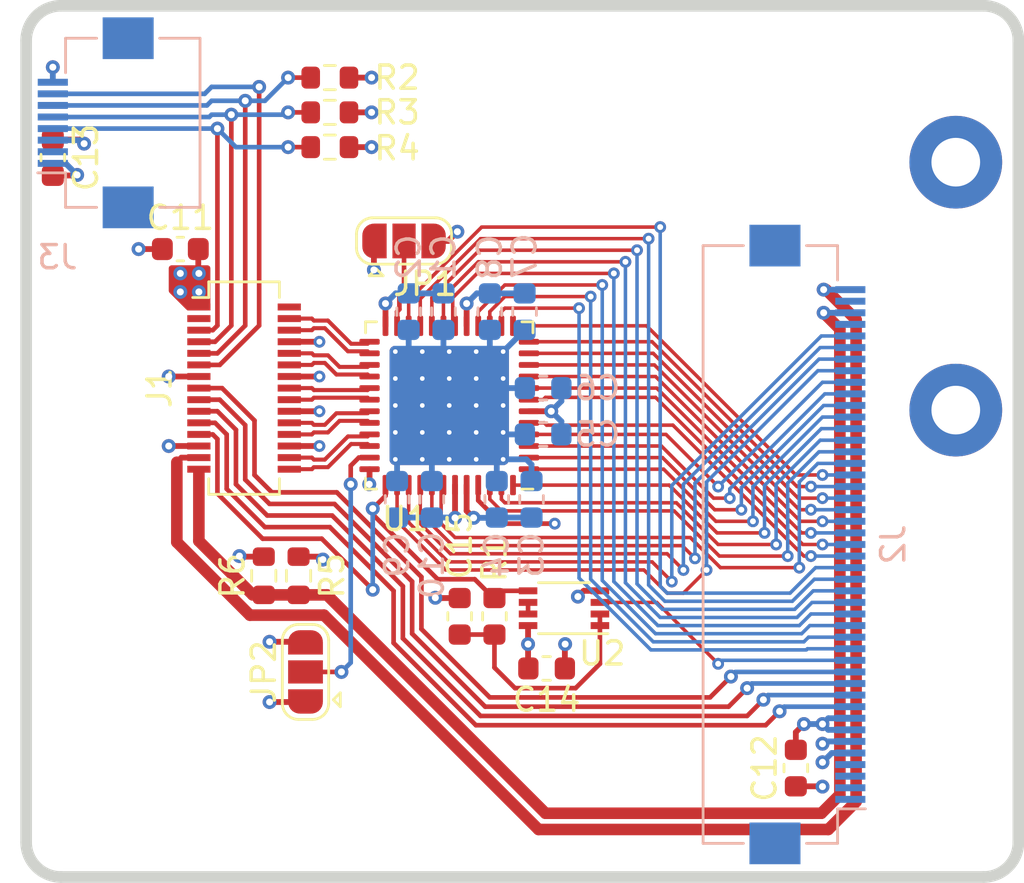
<source format=kicad_pcb>
(kicad_pcb (version 20171130) (host pcbnew "(5.1.9-0-10_14)")
  (layers (0 F.Cu signal) (1 GND power) (2 PWR power) (31 B.Cu signal) (34 B.Paste user) (35 F.Paste user) (36 B.SilkS user) (37 F.SilkS user) (38 B.Mask user) (39 F.Mask user) (44 Edge.Cuts user))
  (net 0 "")
  (net 1 GND)
  (net 2 +3V3)
  (net 3 SPI.MISO)
  (net 4 SPI.MOSI)
  (net 5 SPI.SCK)
  (net 6 SPI.CS)
  (net 7 /DISP_R7)
  (net 8 /DISP_R6)
  (net 9 /DISP_R5)
  (net 10 /DISP_R4)
  (net 11 /DISP_R3)
  (net 12 /DISP_R2)
  (net 13 /DISP_R1)
  (net 14 /DISP_R0)
  (net 15 /DISP_G7)
  (net 16 /DISP_G6)
  (net 17 /DISP_G5)
  (net 18 /DISP_G4)
  (net 19 /DISP_G3)
  (net 20 /DISP_G2)
  (net 21 /DISP_G1)
  (net 22 /DISP_G0)
  (net 23 /DISP_B7)
  (net 24 /DISP_B6)
  (net 25 /DISP_B5)
  (net 26 /DISP_B4)
  (net 27 /DISP_B3)
  (net 28 /DISP_B2)
  (net 29 /DISP_B1)
  (net 30 /DISP_B0)
  (net 31 /DISP_DE)
  (net 32 /DISP_PCLK)
  (net 33 /DISP_HSYNC)
  (net 34 /DISP_VSYNC)
  (net 35 LED_K)
  (net 36 LED_A)
  (net 37 "Net-(J1-Pad2)")
  (net 38 "Net-(J2-Pad1)")
  (net 39 "Net-(J2-Pad2)")
  (net 40 "Net-(J2-Pad3)")
  (net 41 "Net-(J2-Pad4)")
  (net 42 "Net-(J2-Pad42)")
  (net 43 "Net-(J2-Pad44)")
  (net 44 ENABLE)
  (net 45 /DISP_RST)
  (net 46 "Net-(JP1-Pad2)")
  (net 47 "Net-(JP2-Pad2)")
  (net 48 /LVDS_A0N)
  (net 49 /LVDS_A0P)
  (net 50 /LVDS_A1N)
  (net 51 /LVDS_A1P)
  (net 52 /LVDS_A2N)
  (net 53 /LVDS_A2P)
  (net 54 /LVDS_CLKN)
  (net 55 /LVDS_CLKP)
  (net 56 /LVDS_A3N)
  (net 57 /LVDS_A3P)
  (net 58 "Net-(C15-Pad1)")
  (net 59 "Net-(J1-Pad3)")
  (net 60 CTP.SCL)
  (net 61 CTP.SDA)
  (net 62 CTP.INT)
  (net 63 CTP.RST)
  (net 64 "Net-(J3-Pad2)")
  (net 65 "Net-(U2-Pad6)")
  (module Connector_FFC-FPC:Hirose_FH12-45S-0.5SH_1x45-1MP_P0.50mm_Horizontal (layer B.Cu) (at 139.1 94.55 90)
    (fp_text reference J2 (at 0 3.7 90) (layer B.SilkS) (effects (justify mirror)))
    (fp_text value Display)
    (pad MP smd rect (at 12.9 -1.4 90) (size 1.8 2.2) (layers B.Cu B.Paste B.Mask))
    (pad MP smd rect (at -12.9 -1.4 90) (size 1.8 2.2) (layers B.Cu B.Paste B.Mask))
    (pad 1 smd rect (at -11 1.85 90) (size 0.3 1.3) (layers B.Cu B.Paste B.Mask) (net 38 "Net-(J2-Pad1)"))
    (pad 2 smd rect (at -10.5 1.85 90) (size 0.3 1.3) (layers B.Cu B.Paste B.Mask) (net 39 "Net-(J2-Pad2)"))
    (pad 3 smd rect (at -10 1.85 90) (size 0.3 1.3) (layers B.Cu B.Paste B.Mask) (net 40 "Net-(J2-Pad3)"))
    (pad 4 smd rect (at -9.5 1.85 90) (size 0.3 1.3) (layers B.Cu B.Paste B.Mask) (net 41 "Net-(J2-Pad4)"))
    (pad 5 smd rect (at -9 1.85 90) (size 0.3 1.3) (layers B.Cu B.Paste B.Mask) (net 1 GND))
    (pad 6 smd rect (at -8.5 1.85 90) (size 0.3 1.3) (layers B.Cu B.Paste B.Mask) (net 1 GND))
    (pad 7 smd rect (at -8 1.85 90) (size 0.3 1.3) (layers B.Cu B.Paste B.Mask) (net 2 +3V3))
    (pad 8 smd rect (at -7.5 1.85 90) (size 0.3 1.3) (layers B.Cu B.Paste B.Mask) (net 2 +3V3))
    (pad 9 smd rect (at -7 1.85 90) (size 0.3 1.3) (layers B.Cu B.Paste B.Mask) (net 3 SPI.MISO))
    (pad 10 smd rect (at -6.5 1.85 90) (size 0.3 1.3) (layers B.Cu B.Paste B.Mask) (net 4 SPI.MOSI))
    (pad 11 smd rect (at -6 1.85 90) (size 0.3 1.3) (layers B.Cu B.Paste B.Mask) (net 5 SPI.SCK))
    (pad 12 smd rect (at -5.5 1.85 90) (size 0.3 1.3) (layers B.Cu B.Paste B.Mask) (net 6 SPI.CS))
    (pad 13 smd rect (at -5 1.85 90) (size 0.3 1.3) (layers B.Cu B.Paste B.Mask) (net 45 /DISP_RST))
    (pad 14 smd rect (at -4.5 1.85 90) (size 0.3 1.3) (layers B.Cu B.Paste B.Mask) (net 7 /DISP_R7))
    (pad 15 smd rect (at -4 1.85 90) (size 0.3 1.3) (layers B.Cu B.Paste B.Mask) (net 8 /DISP_R6))
    (pad 16 smd rect (at -3.5 1.85 90) (size 0.3 1.3) (layers B.Cu B.Paste B.Mask) (net 9 /DISP_R5))
    (pad 17 smd rect (at -3 1.85 90) (size 0.3 1.3) (layers B.Cu B.Paste B.Mask) (net 10 /DISP_R4))
    (pad 18 smd rect (at -2.5 1.85 90) (size 0.3 1.3) (layers B.Cu B.Paste B.Mask) (net 11 /DISP_R3))
    (pad 19 smd rect (at -2 1.85 90) (size 0.3 1.3) (layers B.Cu B.Paste B.Mask) (net 12 /DISP_R2))
    (pad 20 smd rect (at -1.5 1.85 90) (size 0.3 1.3) (layers B.Cu B.Paste B.Mask) (net 13 /DISP_R1))
    (pad 21 smd rect (at -1 1.85 90) (size 0.3 1.3) (layers B.Cu B.Paste B.Mask) (net 14 /DISP_R0))
    (pad 22 smd rect (at -0.5 1.85 90) (size 0.3 1.3) (layers B.Cu B.Paste B.Mask) (net 15 /DISP_G7))
    (pad 23 smd rect (at 0 1.85 90) (size 0.3 1.3) (layers B.Cu B.Paste B.Mask) (net 16 /DISP_G6))
    (pad 24 smd rect (at 0.5 1.85 90) (size 0.3 1.3) (layers B.Cu B.Paste B.Mask) (net 17 /DISP_G5))
    (pad 25 smd rect (at 1 1.85 90) (size 0.3 1.3) (layers B.Cu B.Paste B.Mask) (net 18 /DISP_G4))
    (pad 26 smd rect (at 1.5 1.85 90) (size 0.3 1.3) (layers B.Cu B.Paste B.Mask) (net 19 /DISP_G3))
    (pad 27 smd rect (at 2 1.85 90) (size 0.3 1.3) (layers B.Cu B.Paste B.Mask) (net 20 /DISP_G2))
    (pad 28 smd rect (at 2.5 1.85 90) (size 0.3 1.3) (layers B.Cu B.Paste B.Mask) (net 21 /DISP_G1))
    (pad 29 smd rect (at 3 1.85 90) (size 0.3 1.3) (layers B.Cu B.Paste B.Mask) (net 22 /DISP_G0))
    (pad 30 smd rect (at 3.5 1.85 90) (size 0.3 1.3) (layers B.Cu B.Paste B.Mask) (net 23 /DISP_B7))
    (pad 31 smd rect (at 4 1.85 90) (size 0.3 1.3) (layers B.Cu B.Paste B.Mask) (net 24 /DISP_B6))
    (pad 32 smd rect (at 4.5 1.85 90) (size 0.3 1.3) (layers B.Cu B.Paste B.Mask) (net 25 /DISP_B5))
    (pad 33 smd rect (at 5 1.85 90) (size 0.3 1.3) (layers B.Cu B.Paste B.Mask) (net 26 /DISP_B4))
    (pad 34 smd rect (at 5.5 1.85 90) (size 0.3 1.3) (layers B.Cu B.Paste B.Mask) (net 27 /DISP_B3))
    (pad 35 smd rect (at 6 1.85 90) (size 0.3 1.3) (layers B.Cu B.Paste B.Mask) (net 28 /DISP_B2))
    (pad 36 smd rect (at 6.5 1.85 90) (size 0.3 1.3) (layers B.Cu B.Paste B.Mask) (net 29 /DISP_B1))
    (pad 37 smd rect (at 7 1.85 90) (size 0.3 1.3) (layers B.Cu B.Paste B.Mask) (net 30 /DISP_B0))
    (pad 38 smd rect (at 7.5 1.85 90) (size 0.3 1.3) (layers B.Cu B.Paste B.Mask) (net 31 /DISP_DE))
    (pad 39 smd rect (at 8 1.85 90) (size 0.3 1.3) (layers B.Cu B.Paste B.Mask) (net 32 /DISP_PCLK))
    (pad 40 smd rect (at 8.5 1.85 90) (size 0.3 1.3) (layers B.Cu B.Paste B.Mask) (net 33 /DISP_HSYNC))
    (pad 41 smd rect (at 9 1.85 90) (size 0.3 1.3) (layers B.Cu B.Paste B.Mask) (net 34 /DISP_VSYNC))
    (pad 42 smd rect (at 9.5 1.85 90) (size 0.3 1.3) (layers B.Cu B.Paste B.Mask) (net 42 "Net-(J2-Pad42)"))
    (pad 43 smd rect (at 10 1.85 90) (size 0.3 1.3) (layers B.Cu B.Paste B.Mask) (net 35 LED_K))
    (pad 44 smd rect (at 10.5 1.85 90) (size 0.3 1.3) (layers B.Cu B.Paste B.Mask) (net 43 "Net-(J2-Pad44)"))
    (pad 45 smd rect (at 11 1.85 90) (size 0.3 1.3) (layers B.Cu B.Paste B.Mask) (net 36 LED_A))
  )
  (module Capacitor_SMD:C_0603_1608Metric (layer F.Cu) (at 106.55 77.85 270)
    (fp_text reference C13 (at 0 -1.43 90) (layer F.SilkS))
    (fp_text value 0.1uF)
    (pad 1 smd roundrect (at -0.775 0 270) (size 0.9 0.95) (layers F.Cu F.Paste F.Mask) (net 2 +3V3))
    (pad 2 smd roundrect (at 0.775 0 270) (size 0.9 0.95) (layers F.Cu F.Paste F.Mask) (net 1 GND))
  )
  (module Capacitor_SMD:C_0603_1608Metric (layer F.Cu) (at 127.85 99.9)
    (fp_text reference C14 (at 0 1.35) (layer F.SilkS))
    (fp_text value 0.1uF)
    (pad 1 smd roundrect (at -0.7875 0) (size 0.875 0.95) (layers F.Cu F.Paste F.Mask) (net 2 +3V3))
    (pad 2 smd roundrect (at 0.7875 0) (size 0.875 0.95) (layers F.Cu F.Paste F.Mask) (net 1 GND))
  )
  (module Connector_FFC-FPC:Hirose_FH12-8S-0.5SH_1x08-1MP_P0.50mm_Horizontal (layer B.Cu) (at 108.4 76.35 270)
    (fp_text reference J3 (at 5.8 1.65) (layer B.SilkS) (effects (justify mirror)))
    (fp_text value Touch)
    (pad MP smd rect (at -3.65 -1.4 270) (size 1.8 2.2) (layers B.Cu B.Paste B.Mask))
    (pad MP smd rect (at 3.65 -1.4 270) (size 1.8 2.2) (layers B.Cu B.Paste B.Mask))
    (pad 1 smd rect (at 1.75 1.85 270) (size 0.3 1.3) (layers B.Cu B.Paste B.Mask) (net 1 GND))
    (pad 2 smd rect (at 1.25 1.85 270) (size 0.3 1.3) (layers B.Cu B.Paste B.Mask) (net 64 "Net-(J3-Pad2)"))
    (pad 3 smd rect (at 0.75 1.85 270) (size 0.3 1.3) (layers B.Cu B.Paste B.Mask) (net 2 +3V3))
    (pad 4 smd rect (at 0.25 1.85 270) (size 0.3 1.3) (layers B.Cu B.Paste B.Mask) (net 60 CTP.SCL))
    (pad 5 smd rect (at -0.25 1.85 270) (size 0.3 1.3) (layers B.Cu B.Paste B.Mask) (net 61 CTP.SDA))
    (pad 6 smd rect (at -0.75 1.85 270) (size 0.3 1.3) (layers B.Cu B.Paste B.Mask) (net 62 CTP.INT))
    (pad 7 smd rect (at -1.25 1.85 270) (size 0.3 1.3) (layers B.Cu B.Paste B.Mask) (net 63 CTP.RST))
    (pad 8 smd rect (at -1.75 1.85 270) (size 0.3 1.3) (layers B.Cu B.Paste B.Mask) (net 1 GND))
  )
  (module Connector_Molex:Molex_SlimStack_55560-0301_2x15_P0.50mm_Vertical (layer F.Cu) (at 114.8 87.8 90)
    (fp_text reference J1 (at 0 -3.65 270) (layer F.SilkS))
    (fp_text value Input)
    (pad 1 smd rect (at 3.5 -1.95 90) (size 0.3 1) (layers F.Cu F.Paste F.Mask) (net 2 +3V3))
    (pad 3 smd rect (at 3 -1.95 90) (size 0.3 1) (layers F.Cu F.Paste F.Mask) (net 59 "Net-(J1-Pad3)"))
    (pad 5 smd rect (at 2.5 -1.95 90) (size 0.3 1) (layers F.Cu F.Paste F.Mask) (net 60 CTP.SCL))
    (pad 7 smd rect (at 2 -1.95 90) (size 0.3 1) (layers F.Cu F.Paste F.Mask) (net 61 CTP.SDA))
    (pad 9 smd rect (at 1.5 -1.95 90) (size 0.3 1) (layers F.Cu F.Paste F.Mask) (net 62 CTP.INT))
    (pad 11 smd rect (at 1 -1.95 90) (size 0.3 1) (layers F.Cu F.Paste F.Mask) (net 63 CTP.RST))
    (pad 13 smd rect (at 0.5 -1.95 90) (size 0.3 1) (layers F.Cu F.Paste F.Mask) (net 1 GND))
    (pad 15 smd rect (at 0 -1.95 90) (size 0.3 1) (layers F.Cu F.Paste F.Mask) (net 6 SPI.CS))
    (pad 17 smd rect (at -0.5 -1.95 90) (size 0.3 1) (layers F.Cu F.Paste F.Mask) (net 5 SPI.SCK))
    (pad 19 smd rect (at -1 -1.95 90) (size 0.3 1) (layers F.Cu F.Paste F.Mask) (net 4 SPI.MOSI))
    (pad 21 smd rect (at -1.5 -1.95 90) (size 0.3 1) (layers F.Cu F.Paste F.Mask) (net 3 SPI.MISO))
    (pad 23 smd rect (at -2 -1.95 90) (size 0.3 1) (layers F.Cu F.Paste F.Mask) (net 44 ENABLE))
    (pad 25 smd rect (at -2.5 -1.95 90) (size 0.3 1) (layers F.Cu F.Paste F.Mask) (net 1 GND))
    (pad 27 smd rect (at -3 -1.95 90) (size 0.3 1) (layers F.Cu F.Paste F.Mask) (net 36 LED_A))
    (pad 29 smd rect (at -3.5 -1.95 90) (size 0.3 1) (layers F.Cu F.Paste F.Mask) (net 35 LED_K))
    (pad 2 smd rect (at 3.5 1.95 90) (size 0.3 1) (layers F.Cu F.Paste F.Mask) (net 37 "Net-(J1-Pad2)"))
    (pad 4 smd rect (at 3 1.95 90) (size 0.3 1) (layers F.Cu F.Paste F.Mask) (net 48 /LVDS_A0N))
    (pad 6 smd rect (at 2.5 1.95 90) (size 0.3 1) (layers F.Cu F.Paste F.Mask) (net 49 /LVDS_A0P))
    (pad 8 smd rect (at 2 1.95 90) (size 0.3 1) (layers F.Cu F.Paste F.Mask) (net 1 GND))
    (pad 10 smd rect (at 1.5 1.95 90) (size 0.3 1) (layers F.Cu F.Paste F.Mask) (net 50 /LVDS_A1N))
    (pad 12 smd rect (at 1 1.95 90) (size 0.3 1) (layers F.Cu F.Paste F.Mask) (net 51 /LVDS_A1P))
    (pad 14 smd rect (at 0.5 1.95 90) (size 0.3 1) (layers F.Cu F.Paste F.Mask) (net 1 GND))
    (pad 16 smd rect (at 0 1.95 90) (size 0.3 1) (layers F.Cu F.Paste F.Mask) (net 52 /LVDS_A2N))
    (pad 18 smd rect (at -0.5 1.95 90) (size 0.3 1) (layers F.Cu F.Paste F.Mask) (net 53 /LVDS_A2P))
    (pad 20 smd rect (at -1 1.95 90) (size 0.3 1) (layers F.Cu F.Paste F.Mask) (net 1 GND))
    (pad 22 smd rect (at -1.5 1.95 90) (size 0.3 1) (layers F.Cu F.Paste F.Mask) (net 54 /LVDS_CLKN))
    (pad 24 smd rect (at -2 1.95 90) (size 0.3 1) (layers F.Cu F.Paste F.Mask) (net 55 /LVDS_CLKP))
    (pad 26 smd rect (at -2.5 1.95 90) (size 0.3 1) (layers F.Cu F.Paste F.Mask) (net 1 GND))
    (pad 28 smd rect (at -3 1.95 90) (size 0.3 1) (layers F.Cu F.Paste F.Mask) (net 56 /LVDS_A3N))
    (pad 30 smd rect (at -3.5 1.95 90) (size 0.3 1) (layers F.Cu F.Paste F.Mask) (net 57 /LVDS_A3P))
  )
  (module Capacitor_SMD:C_0603_1608Metric (layer B.Cu) (at 123.4 84.5 270)
    (fp_text reference C1 (at -2.35 0 270) (layer B.SilkS) (effects (justify mirror)))
    (fp_text value 0.1uF)
    (pad 2 smd roundrect (at 0.7875 0 270) (size 0.875 0.95) (layers B.Cu B.Paste B.Mask) (net 1 GND))
    (pad 1 smd roundrect (at -0.7875 0 270) (size 0.875 0.95) (layers B.Cu B.Paste B.Mask) (net 2 +3V3))
  )
  (module Capacitor_SMD:C_0603_1608Metric (layer B.Cu) (at 121.9 84.5 270)
    (fp_text reference C2 (at -2.35 0 270) (layer B.SilkS) (effects (justify mirror)))
    (fp_text value 0.01uF)
    (pad 1 smd roundrect (at -0.7875 0 270) (size 0.875 0.95) (layers B.Cu B.Paste B.Mask) (net 2 +3V3))
    (pad 2 smd roundrect (at 0.7875 0 270) (size 0.875 0.95) (layers B.Cu B.Paste B.Mask) (net 1 GND))
  )
  (module Capacitor_SMD:C_0603_1608Metric (layer B.Cu) (at 127.2 92.6 90)
    (fp_text reference C3 (at -2.4 0 90) (layer B.SilkS) (effects (justify mirror)))
    (fp_text value 0.1uF)
    (pad 2 smd roundrect (at 0.7875 0 90) (size 0.875 0.95) (layers B.Cu B.Paste B.Mask) (net 1 GND))
    (pad 1 smd roundrect (at -0.7875 0 90) (size 0.875 0.95) (layers B.Cu B.Paste B.Mask) (net 2 +3V3))
  )
  (module Capacitor_SMD:C_0603_1608Metric (layer B.Cu) (at 125.7 92.6 90)
    (fp_text reference C4 (at -2.4 0 90) (layer B.SilkS) (effects (justify mirror)))
    (fp_text value 0.01uF)
    (pad 1 smd roundrect (at -0.7875 0 90) (size 0.875 0.95) (layers B.Cu B.Paste B.Mask) (net 2 +3V3))
    (pad 2 smd roundrect (at 0.7875 0 90) (size 0.875 0.95) (layers B.Cu B.Paste B.Mask) (net 1 GND))
  )
  (module Capacitor_SMD:C_0603_1608Metric (layer B.Cu) (at 127.7 89.8 180)
    (fp_text reference C5 (at -2.35 0) (layer B.SilkS) (effects (justify mirror)))
    (fp_text value 0.1uF)
    (pad 2 smd roundrect (at 0.7875 0 180) (size 0.875 0.95) (layers B.Cu B.Paste B.Mask) (net 1 GND))
    (pad 1 smd roundrect (at -0.7875 0 180) (size 0.875 0.95) (layers B.Cu B.Paste B.Mask) (net 2 +3V3))
  )
  (module Capacitor_SMD:C_0603_1608Metric (layer B.Cu) (at 127.7 87.8 180)
    (fp_text reference C6 (at -2.35 0) (layer B.SilkS) (effects (justify mirror)))
    (fp_text value 0.01uF)
    (pad 1 smd roundrect (at -0.7875 0 180) (size 0.875 0.95) (layers B.Cu B.Paste B.Mask) (net 2 +3V3))
    (pad 2 smd roundrect (at 0.7875 0 180) (size 0.875 0.95) (layers B.Cu B.Paste B.Mask) (net 1 GND))
  )
  (module Capacitor_SMD:C_0603_1608Metric (layer B.Cu) (at 126.9 84.5 270)
    (fp_text reference C7 (at -2.4 0 270) (layer B.SilkS) (effects (justify mirror)))
    (fp_text value 0.1uF)
    (pad 2 smd roundrect (at 0.7875 0 270) (size 0.875 0.95) (layers B.Cu B.Paste B.Mask) (net 1 GND))
    (pad 1 smd roundrect (at -0.7875 0 270) (size 0.875 0.95) (layers B.Cu B.Paste B.Mask) (net 2 +3V3))
  )
  (module Capacitor_SMD:C_0603_1608Metric (layer B.Cu) (at 125.4 84.5 270)
    (fp_text reference C8 (at -2.35 0 270) (layer B.SilkS) (effects (justify mirror)))
    (fp_text value 0.01uF)
    (pad 1 smd roundrect (at -0.7875 0 270) (size 0.875 0.95) (layers B.Cu B.Paste B.Mask) (net 2 +3V3))
    (pad 2 smd roundrect (at 0.7875 0 270) (size 0.875 0.95) (layers B.Cu B.Paste B.Mask) (net 1 GND))
  )
  (module Capacitor_SMD:C_0603_1608Metric (layer B.Cu) (at 121.4 92.6 90)
    (fp_text reference C9 (at -2.4 0 90) (layer B.SilkS) (effects (justify mirror)))
    (fp_text value 0.1uF)
    (pad 2 smd roundrect (at 0.7875 0 90) (size 0.875 0.95) (layers B.Cu B.Paste B.Mask) (net 1 GND))
    (pad 1 smd roundrect (at -0.7875 0 90) (size 0.875 0.95) (layers B.Cu B.Paste B.Mask) (net 2 +3V3))
  )
  (module Capacitor_SMD:C_0603_1608Metric (layer B.Cu) (at 122.9 92.6 90)
    (fp_text reference C10 (at -2.85 0 90) (layer B.SilkS) (effects (justify mirror)))
    (fp_text value 0.01uF)
    (pad 1 smd roundrect (at -0.7875 0 90) (size 0.875 0.95) (layers B.Cu B.Paste B.Mask) (net 2 +3V3))
    (pad 2 smd roundrect (at 0.7875 0 90) (size 0.875 0.95) (layers B.Cu B.Paste B.Mask) (net 1 GND))
  )
  (module Package_DFN_QFN:QFN-48-1EP_7x7mm_P0.5mm_EP5.15x5.15mm_ThermalVias (layer F.Cu) (at 123.65 88.55 180)
    (fp_text reference U1 (at 1.9 -4.9 180) (layer F.SilkS))
    (fp_text value SN65LVDS822)
    (pad 49 smd roundrect (at 0 0 180) (size 5.15 5.15) (layers F.Cu F.Mask) (roundrect_rratio 0.048544) (net 1 GND))
    (pad 49 thru_hole circle (at -2.325 -2.325 180) (size 0.5 0.5) (drill 0.2) (layers *.Cu) (net 1 GND))
    (pad 49 thru_hole circle (at -1.1625 -2.325 180) (size 0.5 0.5) (drill 0.2) (layers *.Cu) (net 1 GND))
    (pad 49 thru_hole circle (at 0 -2.325 180) (size 0.5 0.5) (drill 0.2) (layers *.Cu) (net 1 GND))
    (pad 49 thru_hole circle (at 1.1625 -2.325 180) (size 0.5 0.5) (drill 0.2) (layers *.Cu) (net 1 GND))
    (pad 49 thru_hole circle (at 2.325 -2.325 180) (size 0.5 0.5) (drill 0.2) (layers *.Cu) (net 1 GND))
    (pad 49 thru_hole circle (at -2.325 -1.1625 180) (size 0.5 0.5) (drill 0.2) (layers *.Cu) (net 1 GND))
    (pad 49 thru_hole circle (at -1.1625 -1.1625 180) (size 0.5 0.5) (drill 0.2) (layers *.Cu) (net 1 GND))
    (pad 49 thru_hole circle (at 0 -1.1625 180) (size 0.5 0.5) (drill 0.2) (layers *.Cu) (net 1 GND))
    (pad 49 thru_hole circle (at 1.1625 -1.1625 180) (size 0.5 0.5) (drill 0.2) (layers *.Cu) (net 1 GND))
    (pad 49 thru_hole circle (at 2.325 -1.1625 180) (size 0.5 0.5) (drill 0.2) (layers *.Cu) (net 1 GND))
    (pad 49 thru_hole circle (at -2.325 0 180) (size 0.5 0.5) (drill 0.2) (layers *.Cu) (net 1 GND))
    (pad 49 thru_hole circle (at -1.1625 0 180) (size 0.5 0.5) (drill 0.2) (layers *.Cu) (net 1 GND))
    (pad 49 thru_hole circle (at 0 0 180) (size 0.5 0.5) (drill 0.2) (layers *.Cu) (net 1 GND))
    (pad 49 thru_hole circle (at 1.1625 0 180) (size 0.5 0.5) (drill 0.2) (layers *.Cu) (net 1 GND))
    (pad 49 thru_hole circle (at 2.325 0 180) (size 0.5 0.5) (drill 0.2) (layers *.Cu) (net 1 GND))
    (pad 49 thru_hole circle (at -2.325 1.1625 180) (size 0.5 0.5) (drill 0.2) (layers *.Cu) (net 1 GND))
    (pad 49 thru_hole circle (at -1.1625 1.1625 180) (size 0.5 0.5) (drill 0.2) (layers *.Cu) (net 1 GND))
    (pad 49 thru_hole circle (at 0 1.1625 180) (size 0.5 0.5) (drill 0.2) (layers *.Cu) (net 1 GND))
    (pad 49 thru_hole circle (at 1.1625 1.1625 180) (size 0.5 0.5) (drill 0.2) (layers *.Cu) (net 1 GND))
    (pad 49 thru_hole circle (at 2.325 1.1625 180) (size 0.5 0.5) (drill 0.2) (layers *.Cu) (net 1 GND))
    (pad 49 thru_hole circle (at -2.325 2.325 180) (size 0.5 0.5) (drill 0.2) (layers *.Cu) (net 1 GND))
    (pad 49 thru_hole circle (at -1.1625 2.325 180) (size 0.5 0.5) (drill 0.2) (layers *.Cu) (net 1 GND))
    (pad 49 thru_hole circle (at 0 2.325 180) (size 0.5 0.5) (drill 0.2) (layers *.Cu) (net 1 GND))
    (pad 49 thru_hole circle (at 1.1625 2.325 180) (size 0.5 0.5) (drill 0.2) (layers *.Cu) (net 1 GND))
    (pad 49 thru_hole circle (at 2.325 2.325 180) (size 0.5 0.5) (drill 0.2) (layers *.Cu) (net 1 GND))
    (pad 49 smd roundrect (at 0 0 180) (size 5.15 5.15) (layers B.Cu) (roundrect_rratio 0.048544) (net 1 GND))
    (pad 1 smd roundrect (at -3.4375 -2.75 180) (size 0.875 0.25) (layers F.Cu F.Paste F.Mask) (net 27 /DISP_B3))
    (pad 2 smd roundrect (at -3.4375 -2.25 180) (size 0.875 0.25) (layers F.Cu F.Paste F.Mask) (net 28 /DISP_B2))
    (pad 3 smd roundrect (at -3.4375 -1.75 180) (size 0.875 0.25) (layers F.Cu F.Paste F.Mask) (net 29 /DISP_B1))
    (pad 4 smd roundrect (at -3.4375 -1.25 180) (size 0.875 0.25) (layers F.Cu F.Paste F.Mask) (net 30 /DISP_B0))
    (pad 5 smd roundrect (at -3.4375 -0.75 180) (size 0.875 0.25) (layers F.Cu F.Paste F.Mask) (net 15 /DISP_G7))
    (pad 6 smd roundrect (at -3.4375 -0.25 180) (size 0.875 0.25) (layers F.Cu F.Paste F.Mask) (net 2 +3V3))
    (pad 7 smd roundrect (at -3.4375 0.25 180) (size 0.875 0.25) (layers F.Cu F.Paste F.Mask) (net 16 /DISP_G6))
    (pad 8 smd roundrect (at -3.4375 0.75 180) (size 0.875 0.25) (layers F.Cu F.Paste F.Mask) (net 17 /DISP_G5))
    (pad 9 smd roundrect (at -3.4375 1.25 180) (size 0.875 0.25) (layers F.Cu F.Paste F.Mask) (net 18 /DISP_G4))
    (pad 10 smd roundrect (at -3.4375 1.75 180) (size 0.875 0.25) (layers F.Cu F.Paste F.Mask) (net 19 /DISP_G3))
    (pad 11 smd roundrect (at -3.4375 2.25 180) (size 0.875 0.25) (layers F.Cu F.Paste F.Mask) (net 20 /DISP_G2))
    (pad 12 smd roundrect (at -3.4375 2.75 180) (size 0.875 0.25) (layers F.Cu F.Paste F.Mask) (net 21 /DISP_G1))
    (pad 13 smd roundrect (at -2.75 3.4375 180) (size 0.25 0.875) (layers F.Cu F.Paste F.Mask) (net 22 /DISP_G0))
    (pad 14 smd roundrect (at -2.25 3.4375 180) (size 0.25 0.875) (layers F.Cu F.Paste F.Mask) (net 7 /DISP_R7))
    (pad 15 smd roundrect (at -1.75 3.4375 180) (size 0.25 0.875) (layers F.Cu F.Paste F.Mask) (net 8 /DISP_R6))
    (pad 16 smd roundrect (at -1.25 3.4375 180) (size 0.25 0.875) (layers F.Cu F.Paste F.Mask) (net 9 /DISP_R5))
    (pad 17 smd roundrect (at -0.75 3.4375 180) (size 0.25 0.875) (layers F.Cu F.Paste F.Mask) (net 2 +3V3))
    (pad 18 smd roundrect (at -0.25 3.4375 180) (size 0.25 0.875) (layers F.Cu F.Paste F.Mask) (net 10 /DISP_R4))
    (pad 19 smd roundrect (at 0.25 3.4375 180) (size 0.25 0.875) (layers F.Cu F.Paste F.Mask) (net 11 /DISP_R3))
    (pad 20 smd roundrect (at 0.75 3.4375 180) (size 0.25 0.875) (layers F.Cu F.Paste F.Mask) (net 12 /DISP_R2))
    (pad 21 smd roundrect (at 1.25 3.4375 180) (size 0.25 0.875) (layers F.Cu F.Paste F.Mask) (net 13 /DISP_R1))
    (pad 22 smd roundrect (at 1.75 3.4375 180) (size 0.25 0.875) (layers F.Cu F.Paste F.Mask) (net 14 /DISP_R0))
    (pad 23 smd roundrect (at 2.25 3.4375 180) (size 0.25 0.875) (layers F.Cu F.Paste F.Mask) (net 46 "Net-(JP1-Pad2)"))
    (pad 24 smd roundrect (at 2.75 3.4375 180) (size 0.25 0.875) (layers F.Cu F.Paste F.Mask) (net 2 +3V3))
    (pad 25 smd roundrect (at 3.4375 2.75 180) (size 0.875 0.25) (layers F.Cu F.Paste F.Mask) (net 48 /LVDS_A0N))
    (pad 26 smd roundrect (at 3.4375 2.25 180) (size 0.875 0.25) (layers F.Cu F.Paste F.Mask) (net 49 /LVDS_A0P))
    (pad 27 smd roundrect (at 3.4375 1.75 180) (size 0.875 0.25) (layers F.Cu F.Paste F.Mask) (net 50 /LVDS_A1N))
    (pad 28 smd roundrect (at 3.4375 1.25 180) (size 0.875 0.25) (layers F.Cu F.Paste F.Mask) (net 51 /LVDS_A1P))
    (pad 29 smd roundrect (at 3.4375 0.75 180) (size 0.875 0.25) (layers F.Cu F.Paste F.Mask) (net 52 /LVDS_A2N))
    (pad 30 smd roundrect (at 3.4375 0.25 180) (size 0.875 0.25) (layers F.Cu F.Paste F.Mask) (net 53 /LVDS_A2P))
    (pad 31 smd roundrect (at 3.4375 -0.25 180) (size 0.875 0.25) (layers F.Cu F.Paste F.Mask) (net 54 /LVDS_CLKN))
    (pad 32 smd roundrect (at 3.4375 -0.75 180) (size 0.875 0.25) (layers F.Cu F.Paste F.Mask) (net 55 /LVDS_CLKP))
    (pad 33 smd roundrect (at 3.4375 -1.25 180) (size 0.875 0.25) (layers F.Cu F.Paste F.Mask) (net 56 /LVDS_A3N))
    (pad 34 smd roundrect (at 3.4375 -1.75 180) (size 0.875 0.25) (layers F.Cu F.Paste F.Mask) (net 57 /LVDS_A3P))
    (pad 35 smd roundrect (at 3.4375 -2.25 180) (size 0.875 0.25) (layers F.Cu F.Paste F.Mask) (net 47 "Net-(JP2-Pad2)"))
    (pad 36 smd roundrect (at 3.4375 -2.75 180) (size 0.875 0.25) (layers F.Cu F.Paste F.Mask) (net 1 GND))
    (pad 37 smd roundrect (at 2.75 -3.4375 180) (size 0.25 0.875) (layers F.Cu F.Paste F.Mask) (net 44 ENABLE))
    (pad 38 smd roundrect (at 2.25 -3.4375 180) (size 0.25 0.875) (layers F.Cu F.Paste F.Mask) (net 31 /DISP_DE))
    (pad 39 smd roundrect (at 1.75 -3.4375 180) (size 0.25 0.875) (layers F.Cu F.Paste F.Mask) (net 34 /DISP_VSYNC))
    (pad 40 smd roundrect (at 1.25 -3.4375 180) (size 0.25 0.875) (layers F.Cu F.Paste F.Mask) (net 33 /DISP_HSYNC))
    (pad 41 smd roundrect (at 0.75 -3.4375 180) (size 0.25 0.875) (layers F.Cu F.Paste F.Mask) (net 32 /DISP_PCLK))
    (pad 42 smd roundrect (at 0.25 -3.4375 180) (size 0.25 0.875) (layers F.Cu F.Paste F.Mask) (net 23 /DISP_B7))
    (pad 43 smd roundrect (at -0.25 -3.4375 180) (size 0.25 0.875) (layers F.Cu F.Paste F.Mask) (net 2 +3V3))
    (pad 44 smd roundrect (at -0.75 -3.4375 180) (size 0.25 0.875) (layers F.Cu F.Paste F.Mask) (net 2 +3V3))
    (pad 45 smd roundrect (at -1.25 -3.4375 180) (size 0.25 0.875) (layers F.Cu F.Paste F.Mask) (net 1 GND))
    (pad 46 smd roundrect (at -1.75 -3.4375 180) (size 0.25 0.875) (layers F.Cu F.Paste F.Mask) (net 24 /DISP_B6))
    (pad 47 smd roundrect (at -2.25 -3.4375 180) (size 0.25 0.875) (layers F.Cu F.Paste F.Mask) (net 25 /DISP_B5))
    (pad 48 smd roundrect (at -2.75 -3.4375 180) (size 0.25 0.875) (layers F.Cu F.Paste F.Mask) (net 26 /DISP_B4))
  )
  (module Capacitor_SMD:C_0603_1608Metric (layer F.Cu) (at 138.6 104.2 270)
    (fp_text reference C12 (at 0 1.35 270) (layer F.SilkS))
    (fp_text value 0.1uF)
    (pad 2 smd roundrect (at 0.7875 0 270) (size 0.875 0.95) (layers F.Cu F.Paste F.Mask) (net 1 GND))
    (pad 1 smd roundrect (at -0.7875 0 270) (size 0.875 0.95) (layers F.Cu F.Paste F.Mask) (net 2 +3V3))
  )
  (module Capacitor_SMD:C_0603_1608Metric (layer F.Cu) (at 124.1 97.65 90)
    (fp_text reference C15 (at 3.05 0 90) (layer F.SilkS))
    (fp_text value 0.1uF)
    (pad 2 smd roundrect (at 0.7875 0 90) (size 0.875 0.95) (layers F.Cu F.Paste F.Mask) (net 1 GND))
    (pad 1 smd roundrect (at -0.7875 0 90) (size 0.875 0.95) (layers F.Cu F.Paste F.Mask) (net 58 "Net-(C15-Pad1)"))
  )
  (module Resistor_SMD:R_0603_1608Metric (layer F.Cu) (at 125.6 97.65 90)
    (fp_text reference R1 (at 2.45 0 90) (layer F.SilkS))
    (fp_text value 10K)
    (pad 1 smd roundrect (at -0.7875 0 90) (size 0.875 0.95) (layers F.Cu F.Paste F.Mask) (net 58 "Net-(C15-Pad1)"))
    (pad 2 smd roundrect (at 0.7875 0 90) (size 0.875 0.95) (layers F.Cu F.Paste F.Mask) (net 44 ENABLE))
  )
  (module Jumper:SolderJumper-3_P1.3mm_Open_RoundedPad1.0x1.5mm (layer F.Cu) (at 121.7 81.45)
    (fp_text reference JP1 (at 0.9 1.85) (layer F.SilkS))
    (fp_text value CLK_POL)
    (pad 2 smd rect (at 0 0) (size 1 1.5) (layers F.Cu F.Mask) (net 46 "Net-(JP1-Pad2)"))
    (pad 3 smd custom (at 1.3 0) (size 1 0.5) (layers F.Cu F.Mask) (net 1 GND) (options (clearance outline) (anchor rect)) (primitives (gr_circle (center 0 0.25) (end 0.5 0.25) (width 0)) (gr_circle (center 0 -0.25) (end 0.5 -0.25) (width 0)) (gr_poly (pts (xy -0.55 -0.75) (xy 0 -0.75) (xy 0 0.75) (xy -0.55 0.75)) (width 0))))
    (pad 1 smd custom (at -1.3 0) (size 1 0.5) (layers F.Cu F.Mask) (net 2 +3V3) (options (clearance outline) (anchor rect)) (primitives (gr_circle (center 0 0.25) (end 0.5 0.25) (width 0)) (gr_circle (center 0 -0.25) (end 0.5 -0.25) (width 0)) (gr_poly (pts (xy 0.55 -0.75) (xy 0 -0.75) (xy 0 0.75) (xy 0.55 0.75)) (width 0))))
  )
  (module Jumper:SolderJumper-3_P1.3mm_Open_RoundedPad1.0x1.5mm (layer F.Cu) (at 117.45 100.05 90)
    (fp_text reference JP2 (at 0 -1.8 90) (layer F.SilkS))
    (fp_text value SLEW)
    (pad 1 smd custom (at -1.3 0 90) (size 1 0.5) (layers F.Cu F.Mask) (net 2 +3V3) (options (clearance outline) (anchor rect)) (primitives (gr_circle (center 0 0.25) (end 0.5 0.25) (width 0)) (gr_circle (center 0 -0.25) (end 0.5 -0.25) (width 0)) (gr_poly (pts (xy 0.55 -0.75) (xy 0 -0.75) (xy 0 0.75) (xy 0.55 0.75)) (width 0))))
    (pad 3 smd custom (at 1.3 0 90) (size 1 0.5) (layers F.Cu F.Mask) (net 1 GND) (options (clearance outline) (anchor rect)) (primitives (gr_circle (center 0 0.25) (end 0.5 0.25) (width 0)) (gr_circle (center 0 -0.25) (end 0.5 -0.25) (width 0)) (gr_poly (pts (xy -0.55 -0.75) (xy 0 -0.75) (xy 0 0.75) (xy -0.55 0.75)) (width 0))))
    (pad 2 smd rect (at 0 0 90) (size 1 1.5) (layers F.Cu F.Mask) (net 47 "Net-(JP2-Pad2)"))
  )
  (module Capacitor_SMD:C_0603_1608Metric (layer F.Cu) (at 112.05 81.8 180)
    (fp_text reference C11 (at 0 1.35) (layer F.SilkS))
    (fp_text value 10uF)
    (pad 2 smd roundrect (at 0.775 0 180) (size 0.9 0.95) (layers F.Cu F.Paste F.Mask) (net 1 GND))
    (pad 1 smd roundrect (at -0.775 0 180) (size 0.9 0.95) (layers F.Cu F.Paste F.Mask) (net 2 +3V3))
  )
  (module footprints:Spacer (layer F.Cu) (at 145.5 78.05)
    (fp_text reference J4 hide)
    (fp_text value Spacer)
    (pad 1 thru_hole circle (at 0 0) (size 4 4) (drill 2.1) (layers *.Cu *.Mask) (net 1 GND))
  )
  (module footprints:Spacer (layer F.Cu) (at 145.5 88.75)
    (fp_text reference J5 hide)
    (fp_text value Spacer)
    (pad 1 thru_hole circle (at 0 0) (size 4 4) (drill 2.1) (layers *.Cu *.Mask) (net 1 GND))
  )
  (module Resistor_SMD:R_0603_1608Metric (layer F.Cu) (at 118.5 74.4 180)
    (fp_text reference R2 (at -2.9 0) (layer F.SilkS))
    (fp_text value DNP)
    (pad 2 smd roundrect (at 0.825 0 180) (size 0.8 0.95) (layers F.Cu F.Paste F.Mask) (net 62 CTP.INT))
    (pad 1 smd roundrect (at -0.825 0 180) (size 0.8 0.95) (layers F.Cu F.Paste F.Mask) (net 2 +3V3))
  )
  (module Resistor_SMD:R_0603_1608Metric (layer F.Cu) (at 118.5 75.9 180)
    (fp_text reference R3 (at -2.9 0) (layer F.SilkS))
    (fp_text value DNP)
    (pad 1 smd roundrect (at -0.825 0 180) (size 0.8 0.95) (layers F.Cu F.Paste F.Mask) (net 2 +3V3))
    (pad 2 smd roundrect (at 0.825 0 180) (size 0.8 0.95) (layers F.Cu F.Paste F.Mask) (net 61 CTP.SDA))
  )
  (module Resistor_SMD:R_0603_1608Metric (layer F.Cu) (at 118.5 77.4 180)
    (fp_text reference R4 (at -2.9 -0.05) (layer F.SilkS))
    (fp_text value DNP)
    (pad 2 smd roundrect (at 0.825 0 180) (size 0.8 0.95) (layers F.Cu F.Paste F.Mask) (net 60 CTP.SCL))
    (pad 1 smd roundrect (at -0.825 0 180) (size 0.8 0.95) (layers F.Cu F.Paste F.Mask) (net 2 +3V3))
  )
  (module Resistor_SMD:R_0603_1608Metric (layer F.Cu) (at 117.15 95.9 90)
    (fp_text reference R5 (at 0 1.45 90) (layer F.SilkS))
    (fp_text value DNP)
    (pad 1 smd roundrect (at -0.825 0 90) (size 0.8 0.95) (layers F.Cu F.Paste F.Mask) (net 35 LED_K))
    (pad 2 smd roundrect (at 0.825 0 90) (size 0.8 0.95) (layers F.Cu F.Paste F.Mask) (net 1 GND))
  )
  (module Resistor_SMD:R_0603_1608Metric (layer F.Cu) (at 115.65 95.9 90)
    (fp_text reference R6 (at 0 -1.35 90) (layer F.SilkS))
    (fp_text value DNP)
    (pad 1 smd roundrect (at -0.825 0 90) (size 0.8 0.95) (layers F.Cu F.Paste F.Mask) (net 35 LED_K))
    (pad 2 smd roundrect (at 0.825 0 90) (size 0.8 0.95) (layers F.Cu F.Paste F.Mask) (net 1 GND))
  )
  (module Package_SO:VSSOP-8_2.3x2mm_P0.5mm (layer F.Cu) (at 128.6 97.3 180)
    (fp_text reference U2 (at -1.65 -1.95) (layer F.SilkS))
    (fp_text value 74LVC2G00)
    (pad 1 smd rect (at -1.55 -0.75 90) (size 0.3 0.8) (layers F.Cu F.Paste F.Mask) (net 58 "Net-(C15-Pad1)"))
    (pad 2 smd rect (at -1.55 -0.25 90) (size 0.3 0.8) (layers F.Cu F.Paste F.Mask) (net 58 "Net-(C15-Pad1)"))
    (pad 3 smd rect (at -1.55 0.25 90) (size 0.3 0.8) (layers F.Cu F.Paste F.Mask) (net 45 /DISP_RST))
    (pad 4 smd rect (at -1.55 0.75 90) (size 0.3 0.8) (layers F.Cu F.Paste F.Mask) (net 1 GND))
    (pad 5 smd rect (at 1.55 0.75 90) (size 0.3 0.8) (layers F.Cu F.Paste F.Mask) (net 44 ENABLE))
    (pad 6 smd rect (at 1.55 0.25 90) (size 0.3 0.8) (layers F.Cu F.Paste F.Mask) (net 65 "Net-(U2-Pad6)"))
    (pad 7 smd rect (at 1.55 -0.25 90) (size 0.3 0.8) (layers F.Cu F.Paste F.Mask) (net 65 "Net-(U2-Pad6)"))
    (pad 8 smd rect (at 1.55 -0.75 90) (size 0.3 0.8) (layers F.Cu F.Paste F.Mask) (net 2 +3V3))
  )
  (gr_arc (start 146.7 72.8) (end 148.2 72.8) (angle -90) (layer Edge.Cuts) (width 0.5))
  (gr_arc (start 146.7 107.4) (end 146.7 108.9) (angle -90) (layer Edge.Cuts) (width 0.5))
  (gr_arc (start 106.9 107.4) (end 105.4 107.4) (angle -90) (layer Edge.Cuts) (width 0.5))
  (gr_arc (start 106.9 72.8) (end 106.9 71.3) (angle -90) (layer Edge.Cuts) (width 0.5))
  (gr_line (start 105.4 107.4) (end 105.4 72.8) (layer Edge.Cuts) (width 0.5))
  (gr_line (start 146.7 108.9) (end 106.9 108.9) (layer Edge.Cuts) (width 0.5))
  (gr_line (start 148.2 72.8) (end 148.2 107.4) (layer Edge.Cuts) (width 0.5))
  (gr_line (start 106.9 71.3) (end 146.7 71.3) (layer Edge.Cuts) (width 0.5))
  (segment (start 121.9 86.8) (end 123.65 88.55) (width 0.25) (layer B.Cu) (net 1))
  (segment (start 121.9 85.2875) (end 121.9 86.8) (width 0.25) (layer B.Cu) (net 1))
  (segment (start 123.4 88.3) (end 123.65 88.55) (width 0.25) (layer B.Cu) (net 1))
  (segment (start 123.4 85.2875) (end 123.4 88.3) (width 0.25) (layer B.Cu) (net 1))
  (segment (start 125.4 86.8) (end 123.65 88.55) (width 0.25) (layer B.Cu) (net 1))
  (segment (start 125.4 85.2875) (end 125.4 86.8) (width 0.25) (layer B.Cu) (net 1))
  (segment (start 126.9 85.3) (end 123.65 88.55) (width 0.25) (layer B.Cu) (net 1))
  (segment (start 126.9 85.2875) (end 126.9 85.3) (width 0.25) (layer B.Cu) (net 1))
  (via (at 115.9 98.75) (size 0.6) (drill 0.3) (layers F.Cu B.Cu) (net 1))
  (segment (start 117.45 98.75) (end 115.9 98.75) (width 0.25) (layer F.Cu) (net 1))
  (via (at 120.2 91.95) (size 0.6) (drill 0.3) (layers F.Cu B.Cu) (net 1))
  (segment (start 120.2125 91.9375) (end 120.2 91.95) (width 0.25) (layer F.Cu) (net 1))
  (segment (start 120.2125 91.3) (end 120.2125 91.9375) (width 0.25) (layer F.Cu) (net 1))
  (via (at 124 81.05) (size 0.6) (drill 0.3) (layers F.Cu B.Cu) (net 1))
  (segment (start 123.6 81.45) (end 124 81.05) (width 0.25) (layer F.Cu) (net 1))
  (segment (start 123 81.45) (end 123.6 81.45) (width 0.25) (layer F.Cu) (net 1))
  (segment (start 124.9 91.9875) (end 124.9 92.65) (width 0.2) (layer F.Cu) (net 1))
  (via (at 128.2 93.65) (size 0.508) (drill 0.254) (layers F.Cu B.Cu) (net 1))
  (segment (start 125.9 93.65) (end 128.2 93.65) (width 0.2) (layer F.Cu) (net 1))
  (segment (start 124.9 92.65) (end 125.9 93.65) (width 0.2) (layer F.Cu) (net 1))
  (segment (start 121.4 90.8) (end 123.65 88.55) (width 0.25) (layer B.Cu) (net 1))
  (segment (start 121.4 91.8125) (end 121.4 90.8) (width 0.25) (layer B.Cu) (net 1))
  (segment (start 122.9 89.3) (end 123.65 88.55) (width 0.25) (layer B.Cu) (net 1))
  (segment (start 122.9 91.8125) (end 122.9 89.3) (width 0.25) (layer B.Cu) (net 1))
  (segment (start 125.7 90.6) (end 123.65 88.55) (width 0.25) (layer B.Cu) (net 1))
  (segment (start 125.7 91.8125) (end 125.7 90.6) (width 0.25) (layer B.Cu) (net 1))
  (segment (start 127.2 91.8125) (end 127.1625 91.8125) (width 0.25) (layer B.Cu) (net 1))
  (segment (start 125.975 90.875) (end 126.975 90.875) (width 0.25) (layer B.Cu) (net 1))
  (segment (start 127.2 91.1) (end 127.2 91.8125) (width 0.25) (layer B.Cu) (net 1))
  (segment (start 126.975 90.875) (end 127.2 91.1) (width 0.25) (layer B.Cu) (net 1))
  (via (at 118.05 88.8) (size 0.508) (drill 0.254) (layers F.Cu B.Cu) (net 1))
  (segment (start 116.75 88.8) (end 118.05 88.8) (width 0.25) (layer F.Cu) (net 1))
  (via (at 118.05 90.3) (size 0.508) (drill 0.254) (layers F.Cu B.Cu) (net 1))
  (segment (start 116.75 90.3) (end 118.05 90.3) (width 0.25) (layer F.Cu) (net 1))
  (via (at 118.05 85.8) (size 0.508) (drill 0.254) (layers F.Cu B.Cu) (net 1))
  (segment (start 116.75 85.8) (end 118.05 85.8) (width 0.25) (layer F.Cu) (net 1))
  (via (at 118.05 87.3) (size 0.508) (drill 0.254) (layers F.Cu B.Cu) (net 1))
  (segment (start 116.75 87.3) (end 118.05 87.3) (width 0.25) (layer F.Cu) (net 1))
  (via (at 110.25 81.8) (size 0.6) (drill 0.3) (layers F.Cu B.Cu) (net 1))
  (segment (start 111.275 81.8) (end 110.25 81.8) (width 0.25) (layer F.Cu) (net 1))
  (via (at 111.55 87.3) (size 0.6) (drill 0.3) (layers F.Cu B.Cu) (net 1))
  (segment (start 112.85 87.3) (end 111.55 87.3) (width 0.25) (layer F.Cu) (net 1))
  (via (at 111.55 90.3) (size 0.6) (drill 0.3) (layers F.Cu B.Cu) (net 1))
  (segment (start 112.85 90.3) (end 111.55 90.3) (width 0.25) (layer F.Cu) (net 1))
  (via (at 106.55 73.95) (size 0.6) (drill 0.3) (layers F.Cu B.Cu) (net 1))
  (segment (start 106.55 74.6) (end 106.55 73.95) (width 0.25) (layer B.Cu) (net 1))
  (via (at 107.6 78.6) (size 0.6) (drill 0.3) (layers F.Cu B.Cu) (net 1))
  (segment (start 107.575 78.625) (end 107.6 78.6) (width 0.25) (layer F.Cu) (net 1))
  (segment (start 106.55 78.625) (end 107.575 78.625) (width 0.25) (layer F.Cu) (net 1))
  (segment (start 107.1 78.1) (end 106.55 78.1) (width 0.25) (layer B.Cu) (net 1))
  (segment (start 107.6 78.6) (end 107.1 78.1) (width 0.25) (layer B.Cu) (net 1))
  (via (at 114.6 95.05) (size 0.6) (drill 0.3) (layers F.Cu B.Cu) (net 1))
  (segment (start 114.625 95.075) (end 114.6 95.05) (width 0.25) (layer F.Cu) (net 1))
  (segment (start 115.65 95.075) (end 114.625 95.075) (width 0.25) (layer F.Cu) (net 1))
  (segment (start 118.075 95.075) (end 118.2 95.2) (width 0.25) (layer F.Cu) (net 1))
  (via (at 118.2 95.2) (size 0.6) (drill 0.3) (layers F.Cu B.Cu) (net 1))
  (segment (start 117.15 95.075) (end 118.075 95.075) (width 0.25) (layer F.Cu) (net 1))
  (segment (start 140.95 103.55) (end 140.15 103.55) (width 0.25) (layer B.Cu) (net 1))
  (segment (start 139.85 103.05) (end 139.75 103.15) (width 0.25) (layer B.Cu) (net 1))
  (via (at 139.75 103.15) (size 0.6) (drill 0.3) (layers F.Cu B.Cu) (net 1))
  (segment (start 140.95 103.05) (end 139.85 103.05) (width 0.25) (layer B.Cu) (net 1))
  (via (at 139.75 103.95) (size 0.6) (drill 0.3) (layers F.Cu B.Cu) (net 1))
  (segment (start 140.15 103.55) (end 139.75 103.95) (width 0.25) (layer B.Cu) (net 1))
  (via (at 139.75 105) (size 0.6) (drill 0.3) (layers F.Cu B.Cu) (net 1))
  (segment (start 139.7375 104.9875) (end 139.75 105) (width 0.25) (layer F.Cu) (net 1))
  (segment (start 138.6 104.9875) (end 139.7375 104.9875) (width 0.25) (layer F.Cu) (net 1))
  (segment (start 124.4 87.8) (end 123.65 88.55) (width 0.25) (layer B.Cu) (net 1))
  (segment (start 126.9125 87.8) (end 124.4 87.8) (width 0.25) (layer B.Cu) (net 1))
  (segment (start 124.9 89.8) (end 123.65 88.55) (width 0.25) (layer B.Cu) (net 1))
  (segment (start 126.9125 89.8) (end 124.9 89.8) (width 0.25) (layer B.Cu) (net 1))
  (via (at 128.65 98.85) (size 0.6) (drill 0.3) (layers F.Cu B.Cu) (net 1))
  (segment (start 128.6375 98.8625) (end 128.65 98.85) (width 0.25) (layer F.Cu) (net 1))
  (segment (start 128.6375 99.9) (end 128.6375 98.8625) (width 0.25) (layer F.Cu) (net 1))
  (via (at 123.05 96.85) (size 0.6) (drill 0.3) (layers F.Cu B.Cu) (net 1))
  (segment (start 123.0625 96.8625) (end 123.05 96.85) (width 0.25) (layer F.Cu) (net 1))
  (segment (start 124.1 96.8625) (end 123.0625 96.8625) (width 0.25) (layer F.Cu) (net 1))
  (via (at 129.2 96.8) (size 0.6) (drill 0.3) (layers F.Cu B.Cu) (net 1))
  (segment (start 129.45 96.55) (end 129.2 96.8) (width 0.25) (layer F.Cu) (net 1))
  (segment (start 130.15 96.55) (end 129.45 96.55) (width 0.25) (layer F.Cu) (net 1))
  (via (at 120.4 82.7) (size 0.6) (drill 0.3) (layers F.Cu B.Cu) (net 2))
  (segment (start 120.4 81.45) (end 120.4 82.7) (width 0.25) (layer F.Cu) (net 2))
  (via (at 128.05 88.8) (size 0.6) (drill 0.3) (layers F.Cu B.Cu) (net 2))
  (segment (start 127.0875 88.8) (end 128.05 88.8) (width 0.25) (layer F.Cu) (net 2))
  (via (at 120.9 84.15) (size 0.6) (drill 0.3) (layers F.Cu B.Cu) (net 2))
  (segment (start 120.9 85.1125) (end 120.9 84.15) (width 0.25) (layer F.Cu) (net 2))
  (via (at 124.4 84.15) (size 0.6) (drill 0.3) (layers F.Cu B.Cu) (net 2))
  (segment (start 124.4 85.1125) (end 124.4 84.15) (width 0.25) (layer F.Cu) (net 2))
  (segment (start 124.8375 83.7125) (end 125.4 83.7125) (width 0.25) (layer B.Cu) (net 2))
  (segment (start 124.4 84.15) (end 124.8375 83.7125) (width 0.25) (layer B.Cu) (net 2))
  (segment (start 125.4 83.7125) (end 126.9 83.7125) (width 0.25) (layer B.Cu) (net 2))
  (segment (start 121.3375 83.7125) (end 121.9 83.7125) (width 0.25) (layer B.Cu) (net 2))
  (segment (start 120.9 84.15) (end 121.3375 83.7125) (width 0.25) (layer B.Cu) (net 2))
  (segment (start 121.9 83.7125) (end 123.4 83.7125) (width 0.25) (layer B.Cu) (net 2))
  (via (at 115.9 101.35) (size 0.6) (drill 0.3) (layers F.Cu B.Cu) (net 2))
  (segment (start 117.45 101.35) (end 115.9 101.35) (width 0.25) (layer F.Cu) (net 2))
  (via (at 124.7 93.4) (size 0.6) (drill 0.3) (layers F.Cu B.Cu) (net 2))
  (segment (start 124.4 93.1) (end 124.7 93.4) (width 0.25) (layer F.Cu) (net 2))
  (segment (start 124.4 91.9875) (end 124.4 93.1) (width 0.25) (layer F.Cu) (net 2))
  (via (at 123.9 93.4) (size 0.6) (drill 0.3) (layers F.Cu B.Cu) (net 2))
  (segment (start 123.9 91.9875) (end 123.9 93.4) (width 0.25) (layer F.Cu) (net 2))
  (segment (start 125.7 93.3875) (end 127.2 93.3875) (width 0.25) (layer B.Cu) (net 2))
  (segment (start 121.4 93.3875) (end 122.9 93.3875) (width 0.25) (layer B.Cu) (net 2))
  (segment (start 123.8875 93.3875) (end 123.9 93.4) (width 0.25) (layer B.Cu) (net 2))
  (segment (start 122.9 93.3875) (end 123.8875 93.3875) (width 0.25) (layer B.Cu) (net 2))
  (segment (start 125.6875 93.4) (end 125.7 93.3875) (width 0.25) (layer B.Cu) (net 2))
  (segment (start 124.7 93.4) (end 125.6875 93.4) (width 0.25) (layer B.Cu) (net 2))
  (via (at 112.85 83.65) (size 0.6) (drill 0.3) (layers F.Cu B.Cu) (net 2))
  (segment (start 112.85 84.3) (end 112.85 83.65) (width 0.25) (layer F.Cu) (net 2))
  (via (at 112.85 82.85) (size 0.6) (drill 0.3) (layers F.Cu B.Cu) (net 2))
  (via (at 112.05 82.85) (size 0.6) (drill 0.3) (layers F.Cu B.Cu) (net 2))
  (segment (start 112.85 82.85) (end 112.05 82.85) (width 0.25) (layer F.Cu) (net 2))
  (via (at 112.05 83.65) (size 0.6) (drill 0.3) (layers F.Cu B.Cu) (net 2))
  (segment (start 112.85 82.85) (end 112.85 83.65) (width 0.25) (layer F.Cu) (net 2))
  (segment (start 112.85 83.65) (end 112.05 83.65) (width 0.25) (layer F.Cu) (net 2))
  (segment (start 112.05 83.65) (end 112.05 82.85) (width 0.25) (layer F.Cu) (net 2))
  (segment (start 112.825 82.825) (end 112.85 82.85) (width 0.25) (layer F.Cu) (net 2))
  (segment (start 112.825 81.8) (end 112.825 82.825) (width 0.25) (layer F.Cu) (net 2))
  (via (at 107.9 77.25) (size 0.6) (drill 0.3) (layers F.Cu B.Cu) (net 2))
  (segment (start 107.75 77.1) (end 107.9 77.25) (width 0.25) (layer B.Cu) (net 2))
  (segment (start 106.55 77.1) (end 107.75 77.1) (width 0.25) (layer B.Cu) (net 2))
  (segment (start 107.725 77.075) (end 107.9 77.25) (width 0.25) (layer F.Cu) (net 2))
  (segment (start 106.55 77.075) (end 107.725 77.075) (width 0.25) (layer F.Cu) (net 2))
  (via (at 120.3 74.4) (size 0.6) (drill 0.3) (layers F.Cu B.Cu) (net 2))
  (segment (start 119.325 74.4) (end 120.3 74.4) (width 0.25) (layer F.Cu) (net 2))
  (via (at 120.3 75.9) (size 0.6) (drill 0.3) (layers F.Cu B.Cu) (net 2))
  (segment (start 119.325 75.9) (end 120.3 75.9) (width 0.25) (layer F.Cu) (net 2))
  (via (at 120.3 77.4) (size 0.6) (drill 0.3) (layers F.Cu B.Cu) (net 2))
  (segment (start 119.325 77.4) (end 120.3 77.4) (width 0.25) (layer F.Cu) (net 2))
  (via (at 139.75 102.3) (size 0.6) (drill 0.3) (layers F.Cu B.Cu) (net 2))
  (segment (start 140 102.05) (end 139.75 102.3) (width 0.25) (layer B.Cu) (net 2))
  (segment (start 140.95 102.05) (end 140 102.05) (width 0.25) (layer B.Cu) (net 2))
  (segment (start 140 102.55) (end 139.75 102.3) (width 0.25) (layer B.Cu) (net 2))
  (segment (start 140.95 102.55) (end 140 102.55) (width 0.25) (layer B.Cu) (net 2))
  (via (at 138.95 102.3) (size 0.6) (drill 0.3) (layers F.Cu B.Cu) (net 2))
  (segment (start 139.75 102.3) (end 138.95 102.3) (width 0.25) (layer B.Cu) (net 2))
  (segment (start 138.6 102.65) (end 138.6 103.4125) (width 0.25) (layer F.Cu) (net 2))
  (segment (start 138.95 102.3) (end 138.6 102.65) (width 0.25) (layer F.Cu) (net 2))
  (segment (start 128.4875 88.3625) (end 128.05 88.8) (width 0.25) (layer B.Cu) (net 2))
  (segment (start 128.4875 87.8) (end 128.4875 88.3625) (width 0.25) (layer B.Cu) (net 2))
  (segment (start 128.4875 89.2375) (end 128.05 88.8) (width 0.25) (layer B.Cu) (net 2))
  (segment (start 128.4875 89.8) (end 128.4875 89.2375) (width 0.25) (layer B.Cu) (net 2))
  (via (at 127.05 98.85) (size 0.6) (drill 0.3) (layers F.Cu B.Cu) (net 2))
  (segment (start 127.05 98.05) (end 127.05 98.85) (width 0.25) (layer F.Cu) (net 2))
  (segment (start 127.05 99.8875) (end 127.0625 99.9) (width 0.25) (layer F.Cu) (net 2))
  (segment (start 127.05 98.85) (end 127.05 99.8875) (width 0.25) (layer F.Cu) (net 2))
  (segment (start 112.85 89.3) (end 113.55 89.3) (width 0.2) (layer F.Cu) (net 3))
  (segment (start 113.55 89.3) (end 114.05 89.8) (width 0.2) (layer F.Cu) (net 3))
  (segment (start 114.05 89.8) (end 114.05 92.15) (width 0.2) (layer F.Cu) (net 3))
  (segment (start 115.7 93.8) (end 118.5 93.8) (width 0.2) (layer F.Cu) (net 3))
  (segment (start 114.05 92.15) (end 115.7 93.8) (width 0.2) (layer F.Cu) (net 3))
  (via (at 137.9 101.75) (size 0.6) (drill 0.3) (layers F.Cu B.Cu) (net 3))
  (segment (start 138.1 101.55) (end 137.9 101.75) (width 0.2) (layer B.Cu) (net 3))
  (segment (start 140.95 101.55) (end 138.1 101.55) (width 0.2) (layer B.Cu) (net 3))
  (segment (start 118.5 93.8) (end 121.25 96.55) (width 0.2) (layer F.Cu) (net 3))
  (segment (start 121.25 96.55) (end 121.25 98.8) (width 0.2) (layer F.Cu) (net 3))
  (segment (start 121.25 98.8) (end 124.8 102.35) (width 0.2) (layer F.Cu) (net 3))
  (segment (start 137.3 102.35) (end 137.9 101.75) (width 0.2) (layer F.Cu) (net 3))
  (segment (start 124.8 102.35) (end 137.3 102.35) (width 0.2) (layer F.Cu) (net 3))
  (segment (start 112.85 88.8) (end 113.65 88.8) (width 0.2) (layer F.Cu) (net 4))
  (segment (start 113.65 88.8) (end 114.45 89.6) (width 0.2) (layer F.Cu) (net 4))
  (segment (start 114.45 89.6) (end 114.45 91.95) (width 0.2) (layer F.Cu) (net 4))
  (segment (start 115.8 93.3) (end 118.6 93.3) (width 0.2) (layer F.Cu) (net 4))
  (segment (start 114.45 91.95) (end 115.8 93.3) (width 0.2) (layer F.Cu) (net 4))
  (via (at 137.2 101.25) (size 0.6) (drill 0.3) (layers F.Cu B.Cu) (net 4))
  (segment (start 137.4 101.05) (end 137.2 101.25) (width 0.2) (layer B.Cu) (net 4))
  (segment (start 140.95 101.05) (end 137.4 101.05) (width 0.2) (layer B.Cu) (net 4))
  (segment (start 118.6 93.3) (end 121.65 96.35) (width 0.2) (layer F.Cu) (net 4))
  (segment (start 121.65 96.35) (end 121.65 98.6) (width 0.2) (layer F.Cu) (net 4))
  (segment (start 121.65 98.6) (end 125 101.95) (width 0.2) (layer F.Cu) (net 4))
  (segment (start 136.5 101.95) (end 137.2 101.25) (width 0.2) (layer F.Cu) (net 4))
  (segment (start 125 101.95) (end 136.5 101.95) (width 0.2) (layer F.Cu) (net 4))
  (segment (start 112.85 88.3) (end 113.75 88.3) (width 0.2) (layer F.Cu) (net 5))
  (segment (start 113.75 88.3) (end 114.85 89.4) (width 0.2) (layer F.Cu) (net 5))
  (segment (start 114.85 89.4) (end 114.85 91.75) (width 0.2) (layer F.Cu) (net 5))
  (segment (start 115.9 92.8) (end 118.7 92.8) (width 0.2) (layer F.Cu) (net 5))
  (segment (start 114.85 91.75) (end 115.9 92.8) (width 0.2) (layer F.Cu) (net 5))
  (via (at 136.5 100.75) (size 0.6) (drill 0.3) (layers F.Cu B.Cu) (net 5))
  (segment (start 136.7 100.55) (end 136.5 100.75) (width 0.2) (layer B.Cu) (net 5))
  (segment (start 140.95 100.55) (end 136.7 100.55) (width 0.2) (layer B.Cu) (net 5))
  (segment (start 118.7 92.8) (end 122.05 96.15) (width 0.2) (layer F.Cu) (net 5))
  (segment (start 122.05 96.15) (end 122.05 98.4) (width 0.2) (layer F.Cu) (net 5))
  (segment (start 122.05 98.4) (end 125.2 101.55) (width 0.2) (layer F.Cu) (net 5))
  (segment (start 135.7 101.55) (end 136.5 100.75) (width 0.2) (layer F.Cu) (net 5))
  (segment (start 125.2 101.55) (end 135.7 101.55) (width 0.2) (layer F.Cu) (net 5))
  (segment (start 112.85 87.8) (end 113.85 87.8) (width 0.2) (layer F.Cu) (net 6))
  (segment (start 113.85 87.8) (end 115.25 89.2) (width 0.2) (layer F.Cu) (net 6))
  (segment (start 115.25 89.2) (end 115.25 91.55) (width 0.2) (layer F.Cu) (net 6))
  (segment (start 116 92.3) (end 118.8 92.3) (width 0.2) (layer F.Cu) (net 6))
  (segment (start 115.25 91.55) (end 116 92.3) (width 0.2) (layer F.Cu) (net 6))
  (via (at 135.8 100.25) (size 0.6) (drill 0.3) (layers F.Cu B.Cu) (net 6))
  (segment (start 136 100.05) (end 135.8 100.25) (width 0.2) (layer B.Cu) (net 6))
  (segment (start 140.95 100.05) (end 136 100.05) (width 0.2) (layer B.Cu) (net 6))
  (segment (start 118.8 92.3) (end 122.45 95.95) (width 0.2) (layer F.Cu) (net 6))
  (segment (start 122.45 95.95) (end 122.45 98.2) (width 0.2) (layer F.Cu) (net 6))
  (segment (start 122.45 98.2) (end 125.4 101.15) (width 0.2) (layer F.Cu) (net 6))
  (segment (start 134.9 101.15) (end 135.8 100.25) (width 0.2) (layer F.Cu) (net 6))
  (segment (start 125.4 101.15) (end 134.9 101.15) (width 0.2) (layer F.Cu) (net 6))
  (segment (start 125.9 85.1125) (end 125.9 84.5) (width 0.1524) (layer F.Cu) (net 7))
  (segment (start 125.9 84.5) (end 126.05 84.35) (width 0.1524) (layer F.Cu) (net 7))
  (segment (start 140.95 99.05) (end 139.1 99.05) (width 0.1524) (layer B.Cu) (net 7))
  (via (at 129.25 84.35) (size 0.508) (drill 0.254) (layers F.Cu B.Cu) (net 7))
  (segment (start 139.1 99.05) (end 139.05 99.1) (width 0.1524) (layer B.Cu) (net 7))
  (segment (start 139.05 99.1) (end 132.35 99.1) (width 0.1524) (layer B.Cu) (net 7))
  (segment (start 132.35 99.1) (end 129.25 96) (width 0.1524) (layer B.Cu) (net 7))
  (segment (start 129.25 96) (end 129.25 84.35) (width 0.1524) (layer B.Cu) (net 7))
  (segment (start 126.05 84.35) (end 129.25 84.35) (width 0.1524) (layer F.Cu) (net 7))
  (segment (start 125.4 85.1125) (end 125.4 84.5) (width 0.1524) (layer F.Cu) (net 8))
  (segment (start 140.95 98.55) (end 139.15 98.55) (width 0.1524) (layer B.Cu) (net 8))
  (via (at 129.75 83.85) (size 0.508) (drill 0.254) (layers F.Cu B.Cu) (net 8))
  (segment (start 139.15 98.55) (end 138.95 98.75) (width 0.1524) (layer B.Cu) (net 8))
  (segment (start 138.95 98.75) (end 132.45 98.75) (width 0.1524) (layer B.Cu) (net 8))
  (segment (start 132.45 98.75) (end 129.75 96.05) (width 0.1524) (layer B.Cu) (net 8))
  (segment (start 129.75 96.05) (end 129.75 83.85) (width 0.1524) (layer B.Cu) (net 8))
  (segment (start 126.05 83.85) (end 129.75 83.85) (width 0.1524) (layer F.Cu) (net 8))
  (segment (start 125.4 84.5) (end 126.05 83.85) (width 0.1524) (layer F.Cu) (net 8))
  (segment (start 124.9 85.1125) (end 124.9 84.5) (width 0.1524) (layer F.Cu) (net 9))
  (segment (start 140.95 98.05) (end 139.2 98.05) (width 0.1524) (layer B.Cu) (net 9))
  (via (at 130.25 83.35) (size 0.508) (drill 0.254) (layers F.Cu B.Cu) (net 9))
  (segment (start 139.2 98.05) (end 138.85 98.4) (width 0.1524) (layer B.Cu) (net 9))
  (segment (start 138.85 98.4) (end 132.55 98.4) (width 0.1524) (layer B.Cu) (net 9))
  (segment (start 132.55 98.4) (end 130.25 96.1) (width 0.1524) (layer B.Cu) (net 9))
  (segment (start 130.25 96.1) (end 130.25 83.35) (width 0.1524) (layer B.Cu) (net 9))
  (segment (start 126.05 83.35) (end 130.25 83.35) (width 0.1524) (layer F.Cu) (net 9))
  (segment (start 124.9 84.5) (end 126.05 83.35) (width 0.1524) (layer F.Cu) (net 9))
  (segment (start 123.9 85.1125) (end 123.8 85.0125) (width 0.1524) (layer F.Cu) (net 10))
  (segment (start 123.8 85.0125) (end 123.8 83.9) (width 0.1524) (layer F.Cu) (net 10))
  (segment (start 140.95 97.55) (end 139.25 97.55) (width 0.1524) (layer B.Cu) (net 10))
  (via (at 130.75 82.85) (size 0.508) (drill 0.254) (layers F.Cu B.Cu) (net 10))
  (segment (start 139.25 97.55) (end 138.75 98.05) (width 0.1524) (layer B.Cu) (net 10))
  (segment (start 138.75 98.05) (end 132.65 98.05) (width 0.1524) (layer B.Cu) (net 10))
  (segment (start 132.65 98.05) (end 130.75 96.15) (width 0.1524) (layer B.Cu) (net 10))
  (segment (start 130.75 96.15) (end 130.75 82.85) (width 0.1524) (layer B.Cu) (net 10))
  (segment (start 124.85 82.85) (end 130.75 82.85) (width 0.1524) (layer F.Cu) (net 10))
  (segment (start 123.8 83.9) (end 124.85 82.85) (width 0.1524) (layer F.Cu) (net 10))
  (segment (start 123.4 85.1125) (end 123.4 83.85) (width 0.1524) (layer F.Cu) (net 11))
  (segment (start 140.95 97.05) (end 139.3 97.05) (width 0.1524) (layer B.Cu) (net 11))
  (via (at 131.25 82.35) (size 0.508) (drill 0.254) (layers F.Cu B.Cu) (net 11))
  (segment (start 139.3 97.05) (end 138.65 97.7) (width 0.1524) (layer B.Cu) (net 11))
  (segment (start 138.65 97.7) (end 132.75 97.7) (width 0.1524) (layer B.Cu) (net 11))
  (segment (start 132.75 97.7) (end 131.25 96.2) (width 0.1524) (layer B.Cu) (net 11))
  (segment (start 131.25 96.2) (end 131.25 82.35) (width 0.1524) (layer B.Cu) (net 11))
  (segment (start 124.9 82.35) (end 131.25 82.35) (width 0.1524) (layer F.Cu) (net 11))
  (segment (start 123.4 83.85) (end 124.9 82.35) (width 0.1524) (layer F.Cu) (net 11))
  (segment (start 122.9 85.1125) (end 122.9 83.9) (width 0.1524) (layer F.Cu) (net 12))
  (segment (start 140.95 96.55) (end 139.35 96.55) (width 0.1524) (layer B.Cu) (net 12))
  (via (at 131.75 81.85) (size 0.508) (drill 0.254) (layers F.Cu B.Cu) (net 12))
  (segment (start 139.35 96.55) (end 138.55 97.35) (width 0.1524) (layer B.Cu) (net 12))
  (segment (start 138.55 97.35) (end 132.85 97.35) (width 0.1524) (layer B.Cu) (net 12))
  (segment (start 132.85 97.35) (end 131.75 96.25) (width 0.1524) (layer B.Cu) (net 12))
  (segment (start 131.75 96.25) (end 131.75 81.9) (width 0.1524) (layer B.Cu) (net 12))
  (segment (start 124.95 81.85) (end 131.75 81.85) (width 0.1524) (layer F.Cu) (net 12))
  (segment (start 122.9 83.9) (end 124.95 81.85) (width 0.1524) (layer F.Cu) (net 12))
  (segment (start 122.4 85.1125) (end 122.4 83.95) (width 0.1524) (layer F.Cu) (net 13))
  (segment (start 140.95 96.05) (end 139.4 96.05) (width 0.1524) (layer B.Cu) (net 13))
  (via (at 132.25 81.35) (size 0.508) (drill 0.254) (layers F.Cu B.Cu) (net 13))
  (segment (start 139.4 96.05) (end 138.45 97) (width 0.1524) (layer B.Cu) (net 13))
  (segment (start 138.45 97) (end 132.95 97) (width 0.1524) (layer B.Cu) (net 13))
  (segment (start 132.95 97) (end 132.25 96.3) (width 0.1524) (layer B.Cu) (net 13))
  (segment (start 132.25 81.4) (end 132.25 96.3) (width 0.1524) (layer B.Cu) (net 13))
  (segment (start 125 81.35) (end 132.25 81.35) (width 0.1524) (layer F.Cu) (net 13))
  (segment (start 122.4 83.95) (end 125 81.35) (width 0.1524) (layer F.Cu) (net 13))
  (segment (start 121.9 85.1125) (end 121.9 84) (width 0.1524) (layer F.Cu) (net 14))
  (segment (start 140.95 95.55) (end 139.45 95.55) (width 0.1524) (layer B.Cu) (net 14))
  (via (at 132.75 80.85) (size 0.508) (drill 0.254) (layers F.Cu B.Cu) (net 14))
  (segment (start 139.45 95.55) (end 138.35 96.65) (width 0.1524) (layer B.Cu) (net 14))
  (segment (start 138.35 96.65) (end 133.05 96.65) (width 0.1524) (layer B.Cu) (net 14))
  (segment (start 133.05 96.65) (end 132.75 96.35) (width 0.1524) (layer B.Cu) (net 14))
  (segment (start 132.75 80.9) (end 132.75 96.35) (width 0.1524) (layer B.Cu) (net 14))
  (segment (start 125.05 80.85) (end 132.75 80.85) (width 0.1524) (layer F.Cu) (net 14))
  (segment (start 121.9 84) (end 125.05 80.85) (width 0.1524) (layer F.Cu) (net 14))
  (via (at 139.25 95.05) (size 0.508) (drill 0.254) (layers F.Cu B.Cu) (net 15))
  (segment (start 139.25 95.05) (end 140.95 95.05) (width 0.1524) (layer B.Cu) (net 15))
  (segment (start 127.75 89.3) (end 127.0875 89.3) (width 0.1524) (layer F.Cu) (net 15))
  (segment (start 127.85 89.4) (end 127.75 89.3) (width 0.1524) (layer F.Cu) (net 15))
  (segment (start 139.25 95.05) (end 138.95 95.05) (width 0.1524) (layer F.Cu) (net 15))
  (segment (start 133.3 89.4) (end 127.85 89.4) (width 0.1524) (layer F.Cu) (net 15))
  (segment (start 138.95 95.05) (end 133.3 89.4) (width 0.1524) (layer F.Cu) (net 15))
  (via (at 139.75 94.55) (size 0.508) (drill 0.254) (layers F.Cu B.Cu) (net 16))
  (segment (start 139.75 94.55) (end 140.95 94.55) (width 0.1524) (layer B.Cu) (net 16))
  (segment (start 127.7 88.3) (end 127.0875 88.3) (width 0.1524) (layer F.Cu) (net 16))
  (segment (start 127.8 88.2) (end 127.7 88.3) (width 0.1524) (layer F.Cu) (net 16))
  (segment (start 139.75 94.55) (end 138.9 94.55) (width 0.1524) (layer F.Cu) (net 16))
  (segment (start 132.55 88.2) (end 127.8 88.2) (width 0.1524) (layer F.Cu) (net 16))
  (segment (start 138.9 94.55) (end 132.55 88.2) (width 0.1524) (layer F.Cu) (net 16))
  (via (at 139.25 94.05) (size 0.508) (drill 0.254) (layers F.Cu B.Cu) (net 17))
  (segment (start 140.95 94.05) (end 139.25 94.05) (width 0.1524) (layer B.Cu) (net 17))
  (segment (start 139.25 94.05) (end 139.1 94.05) (width 0.1524) (layer F.Cu) (net 17))
  (segment (start 139.25 94.05) (end 138.85 94.05) (width 0.1524) (layer F.Cu) (net 17))
  (segment (start 132.6 87.8) (end 127.0875 87.8) (width 0.1524) (layer F.Cu) (net 17))
  (segment (start 138.85 94.05) (end 132.6 87.8) (width 0.1524) (layer F.Cu) (net 17))
  (via (at 139.75 93.55) (size 0.508) (drill 0.254) (layers F.Cu B.Cu) (net 18))
  (segment (start 140.95 93.55) (end 139.75 93.55) (width 0.1524) (layer B.Cu) (net 18))
  (segment (start 139.75 93.55) (end 138.8 93.55) (width 0.1524) (layer F.Cu) (net 18))
  (segment (start 132.55 87.3) (end 127.0875 87.3) (width 0.1524) (layer F.Cu) (net 18))
  (segment (start 138.8 93.55) (end 132.55 87.3) (width 0.1524) (layer F.Cu) (net 18))
  (via (at 139.25 93.05) (size 0.508) (drill 0.254) (layers F.Cu B.Cu) (net 19))
  (segment (start 140.95 93.05) (end 139.25 93.05) (width 0.1524) (layer B.Cu) (net 19))
  (segment (start 139.25 93.05) (end 139.1 93.05) (width 0.1524) (layer F.Cu) (net 19))
  (segment (start 139.25 93.05) (end 138.75 93.05) (width 0.1524) (layer F.Cu) (net 19))
  (segment (start 132.5 86.8) (end 127.0875 86.8) (width 0.1524) (layer F.Cu) (net 19))
  (segment (start 138.75 93.05) (end 132.5 86.8) (width 0.1524) (layer F.Cu) (net 19))
  (via (at 139.75 92.55) (size 0.508) (drill 0.254) (layers F.Cu B.Cu) (net 20))
  (segment (start 140.95 92.55) (end 139.75 92.55) (width 0.1524) (layer B.Cu) (net 20))
  (segment (start 139.75 92.55) (end 138.7 92.55) (width 0.1524) (layer F.Cu) (net 20))
  (segment (start 132.45 86.3) (end 127.0875 86.3) (width 0.1524) (layer F.Cu) (net 20))
  (segment (start 138.7 92.55) (end 132.45 86.3) (width 0.1524) (layer F.Cu) (net 20))
  (via (at 139.25 92.05) (size 0.508) (drill 0.254) (layers F.Cu B.Cu) (net 21))
  (segment (start 140.95 92.05) (end 139.25 92.05) (width 0.1524) (layer B.Cu) (net 21))
  (segment (start 139.25 92.05) (end 138.65 92.05) (width 0.1524) (layer F.Cu) (net 21))
  (segment (start 132.4 85.8) (end 127.0875 85.8) (width 0.1524) (layer F.Cu) (net 21))
  (segment (start 138.65 92.05) (end 132.4 85.8) (width 0.1524) (layer F.Cu) (net 21))
  (via (at 139.75 91.55) (size 0.508) (drill 0.254) (layers F.Cu B.Cu) (net 22))
  (segment (start 140.95 91.55) (end 139.75 91.55) (width 0.1524) (layer B.Cu) (net 22))
  (segment (start 139.75 91.55) (end 138.6 91.55) (width 0.1524) (layer F.Cu) (net 22))
  (segment (start 132.1625 85.1125) (end 126.4 85.1125) (width 0.1524) (layer F.Cu) (net 22))
  (segment (start 138.6 91.55) (end 132.1625 85.1125) (width 0.1524) (layer F.Cu) (net 22))
  (segment (start 123.9 94.25) (end 123.3 93.65) (width 0.1524) (layer F.Cu) (net 23))
  (segment (start 123.3 92.0875) (end 123.4 91.9875) (width 0.1524) (layer F.Cu) (net 23))
  (segment (start 123.3 93.65) (end 123.3 92.0875) (width 0.1524) (layer F.Cu) (net 23))
  (segment (start 139.55 91.05) (end 140.95 91.05) (width 0.1524) (layer B.Cu) (net 23))
  (via (at 138.75 95.55) (size 0.508) (drill 0.254) (layers F.Cu B.Cu) (net 23))
  (segment (start 138.75 91.85) (end 139.55 91.05) (width 0.1524) (layer B.Cu) (net 23))
  (segment (start 138.75 95.55) (end 138.75 91.85) (width 0.1524) (layer B.Cu) (net 23))
  (segment (start 138.75 95.55) (end 135.35 95.55) (width 0.1524) (layer F.Cu) (net 23))
  (segment (start 134.05 94.25) (end 123.9 94.25) (width 0.1524) (layer F.Cu) (net 23))
  (segment (start 135.35 95.55) (end 134.05 94.25) (width 0.1524) (layer F.Cu) (net 23))
  (segment (start 125.4 91.9875) (end 125.4 92.6) (width 0.1524) (layer F.Cu) (net 24))
  (segment (start 125.4 92.6) (end 125.9 93.1) (width 0.1524) (layer F.Cu) (net 24))
  (via (at 138.25 95.05) (size 0.508) (drill 0.254) (layers F.Cu B.Cu) (net 24))
  (segment (start 138.25 95.05) (end 138.25 91.9) (width 0.1524) (layer B.Cu) (net 24))
  (segment (start 139.6 90.55) (end 140.95 90.55) (width 0.1524) (layer B.Cu) (net 24))
  (segment (start 138.25 91.9) (end 139.6 90.55) (width 0.1524) (layer B.Cu) (net 24))
  (segment (start 138.25 95.05) (end 135.3 95.05) (width 0.1524) (layer F.Cu) (net 24))
  (segment (start 133.35 93.1) (end 125.9 93.1) (width 0.1524) (layer F.Cu) (net 24))
  (segment (start 135.3 95.05) (end 133.35 93.1) (width 0.1524) (layer F.Cu) (net 24))
  (via (at 137.75 94.55) (size 0.508) (drill 0.254) (layers F.Cu B.Cu) (net 25))
  (segment (start 137.75 94.55) (end 137.75 91.95) (width 0.1524) (layer B.Cu) (net 25))
  (segment (start 139.65 90.05) (end 140.95 90.05) (width 0.1524) (layer B.Cu) (net 25))
  (segment (start 137.75 91.95) (end 139.65 90.05) (width 0.1524) (layer B.Cu) (net 25))
  (segment (start 125.9 91.9875) (end 125.9 92.6) (width 0.1524) (layer F.Cu) (net 25))
  (segment (start 125.9 92.6) (end 126.05 92.75) (width 0.1524) (layer F.Cu) (net 25))
  (segment (start 137.75 94.55) (end 135.25 94.55) (width 0.1524) (layer F.Cu) (net 25))
  (segment (start 133.45 92.75) (end 126.05 92.75) (width 0.1524) (layer F.Cu) (net 25))
  (segment (start 135.25 94.55) (end 133.45 92.75) (width 0.1524) (layer F.Cu) (net 25))
  (segment (start 139.7 89.55) (end 140.95 89.55) (width 0.1524) (layer B.Cu) (net 26))
  (via (at 137.25 94.05) (size 0.508) (drill 0.254) (layers F.Cu B.Cu) (net 26))
  (segment (start 137.25 94.05) (end 137.25 92) (width 0.1524) (layer B.Cu) (net 26))
  (segment (start 137.25 92) (end 139.7 89.55) (width 0.1524) (layer B.Cu) (net 26))
  (segment (start 137.25 94.05) (end 135.2 94.05) (width 0.1524) (layer F.Cu) (net 26))
  (segment (start 133.1375 91.9875) (end 126.4 91.9875) (width 0.1524) (layer F.Cu) (net 26))
  (segment (start 135.2 94.05) (end 133.1375 91.9875) (width 0.1524) (layer F.Cu) (net 26))
  (via (at 136.75 93.55) (size 0.508) (drill 0.254) (layers F.Cu B.Cu) (net 27))
  (segment (start 136.75 93.55) (end 136.75 92.05) (width 0.1524) (layer B.Cu) (net 27))
  (segment (start 139.75 89.05) (end 140.95 89.05) (width 0.1524) (layer B.Cu) (net 27))
  (segment (start 136.75 92.05) (end 139.75 89.05) (width 0.1524) (layer B.Cu) (net 27))
  (segment (start 136.75 93.55) (end 135.15 93.55) (width 0.1524) (layer F.Cu) (net 27))
  (segment (start 132.9 91.3) (end 127.0875 91.3) (width 0.1524) (layer F.Cu) (net 27))
  (segment (start 135.15 93.55) (end 132.9 91.3) (width 0.1524) (layer F.Cu) (net 27))
  (via (at 136.25 93.05) (size 0.508) (drill 0.254) (layers F.Cu B.Cu) (net 28))
  (segment (start 136.25 93.05) (end 136.25 92.1) (width 0.1524) (layer B.Cu) (net 28))
  (segment (start 139.8 88.55) (end 140.95 88.55) (width 0.1524) (layer B.Cu) (net 28))
  (segment (start 136.25 92.1) (end 139.8 88.55) (width 0.1524) (layer B.Cu) (net 28))
  (segment (start 136.25 93.05) (end 135.1 93.05) (width 0.1524) (layer F.Cu) (net 28))
  (segment (start 132.85 90.8) (end 127.0875 90.8) (width 0.1524) (layer F.Cu) (net 28))
  (segment (start 135.1 93.05) (end 132.85 90.8) (width 0.1524) (layer F.Cu) (net 28))
  (via (at 135.75 92.55) (size 0.508) (drill 0.254) (layers F.Cu B.Cu) (net 29))
  (segment (start 135.75 92.55) (end 135.75 92.15) (width 0.1524) (layer B.Cu) (net 29))
  (segment (start 139.85 88.05) (end 140.95 88.05) (width 0.1524) (layer B.Cu) (net 29))
  (segment (start 135.75 92.15) (end 139.85 88.05) (width 0.1524) (layer B.Cu) (net 29))
  (segment (start 135.75 92.55) (end 135.05 92.55) (width 0.1524) (layer F.Cu) (net 29))
  (segment (start 132.8 90.3) (end 127.0875 90.3) (width 0.1524) (layer F.Cu) (net 29))
  (segment (start 135.05 92.55) (end 132.8 90.3) (width 0.1524) (layer F.Cu) (net 29))
  (via (at 135.25 92.05) (size 0.508) (drill 0.254) (layers F.Cu B.Cu) (net 30))
  (segment (start 139.75 87.55) (end 140.95 87.55) (width 0.1524) (layer B.Cu) (net 30))
  (segment (start 135.25 92.05) (end 139.75 87.55) (width 0.1524) (layer B.Cu) (net 30))
  (segment (start 133 89.8) (end 127.0875 89.8) (width 0.1524) (layer F.Cu) (net 30))
  (segment (start 135.25 92.05) (end 133 89.8) (width 0.1524) (layer F.Cu) (net 30))
  (segment (start 140.95 87.05) (end 139.55 87.05) (width 0.1524) (layer B.Cu) (net 31))
  (segment (start 139.55 87.05) (end 134.75 91.85) (width 0.1524) (layer B.Cu) (net 31))
  (via (at 134.75 95.65) (size 0.508) (drill 0.254) (layers F.Cu B.Cu) (net 31))
  (segment (start 134.75 91.85) (end 134.75 95.65) (width 0.1524) (layer B.Cu) (net 31))
  (segment (start 121.4 91.9875) (end 121.4 93.55) (width 0.1524) (layer F.Cu) (net 31))
  (segment (start 121.4 93.55) (end 123.5 95.65) (width 0.1524) (layer F.Cu) (net 31))
  (segment (start 123.5 95.65) (end 132.05 95.65) (width 0.1524) (layer F.Cu) (net 31))
  (segment (start 132.05 95.65) (end 133.05 96.65) (width 0.1524) (layer F.Cu) (net 31))
  (segment (start 133.75 96.65) (end 134.75 95.65) (width 0.1524) (layer F.Cu) (net 31))
  (segment (start 133.05 96.65) (end 133.75 96.65) (width 0.1524) (layer F.Cu) (net 31))
  (segment (start 122.9 91.9875) (end 122.9 93.7) (width 0.1524) (layer F.Cu) (net 32))
  (segment (start 139.6 86.55) (end 140.95 86.55) (width 0.1524) (layer B.Cu) (net 32))
  (segment (start 134.25 91.9) (end 139.6 86.55) (width 0.1524) (layer B.Cu) (net 32))
  (via (at 134.25 95.15) (size 0.508) (drill 0.254) (layers F.Cu B.Cu) (net 32))
  (segment (start 134.25 95.15) (end 134.25 91.9) (width 0.1524) (layer B.Cu) (net 32))
  (segment (start 122.9 93.7) (end 123.8 94.6) (width 0.1524) (layer F.Cu) (net 32))
  (segment (start 133.7 94.6) (end 134.25 95.15) (width 0.1524) (layer F.Cu) (net 32))
  (segment (start 123.8 94.6) (end 133.7 94.6) (width 0.1524) (layer F.Cu) (net 32))
  (segment (start 122.4 91.9875) (end 122.4 93.65) (width 0.1524) (layer F.Cu) (net 33))
  (segment (start 139.65 86.05) (end 140.95 86.05) (width 0.1524) (layer B.Cu) (net 33))
  (segment (start 133.75 91.95) (end 139.65 86.05) (width 0.1524) (layer B.Cu) (net 33))
  (segment (start 122.4 93.65) (end 123.7 94.95) (width 0.1524) (layer F.Cu) (net 33))
  (via (at 133.75 95.65) (size 0.508) (drill 0.254) (layers F.Cu B.Cu) (net 33))
  (segment (start 133.05 94.95) (end 133.75 95.65) (width 0.1524) (layer F.Cu) (net 33))
  (segment (start 123.7 94.95) (end 133.05 94.95) (width 0.1524) (layer F.Cu) (net 33))
  (segment (start 133.75 95.65) (end 133.75 91.95) (width 0.1524) (layer B.Cu) (net 33))
  (segment (start 121.9 91.9875) (end 121.9 93.6) (width 0.1524) (layer F.Cu) (net 34))
  (segment (start 139.7 85.55) (end 140.95 85.55) (width 0.1524) (layer B.Cu) (net 34))
  (segment (start 133.25 92) (end 139.7 85.55) (width 0.1524) (layer B.Cu) (net 34))
  (segment (start 121.9 93.6) (end 123.6 95.3) (width 0.1524) (layer F.Cu) (net 34))
  (via (at 133.25 96.15) (size 0.508) (drill 0.254) (layers F.Cu B.Cu) (net 34))
  (segment (start 132.4 95.3) (end 133.25 96.15) (width 0.1524) (layer F.Cu) (net 34))
  (segment (start 123.6 95.3) (end 132.4 95.3) (width 0.1524) (layer F.Cu) (net 34))
  (segment (start 133.25 96.15) (end 133.25 92) (width 0.1524) (layer B.Cu) (net 34))
  (segment (start 117.15 96.725) (end 115.65 96.725) (width 0.5) (layer F.Cu) (net 35))
  (segment (start 115.65 96.725) (end 115.175 96.725) (width 0.5) (layer F.Cu) (net 35))
  (segment (start 115.175 96.725) (end 112.85 94.4) (width 0.5) (layer F.Cu) (net 35))
  (segment (start 112.85 94.4) (end 112.85 91.45) (width 0.5) (layer F.Cu) (net 35))
  (segment (start 112.85 91.3) (end 112.85 91.45) (width 0.25) (layer F.Cu) (net 35))
  (via (at 139.8 84.55) (size 0.6) (drill 0.3) (layers F.Cu B.Cu) (net 35))
  (segment (start 140.95 84.55) (end 139.8 84.55) (width 0.25) (layer B.Cu) (net 35))
  (segment (start 139.7 106.15) (end 140.5 105.35) (width 0.5) (layer F.Cu) (net 35))
  (segment (start 140.5 85.25) (end 139.8 84.55) (width 0.5) (layer F.Cu) (net 35))
  (segment (start 140.5 105.35) (end 140.5 85.25) (width 0.5) (layer F.Cu) (net 35))
  (segment (start 117.15 96.725) (end 118.375 96.725) (width 0.5) (layer F.Cu) (net 35))
  (segment (start 127.8 106.15) (end 139.7 106.15) (width 0.5) (layer F.Cu) (net 35))
  (segment (start 118.375 96.725) (end 127.8 106.15) (width 0.5) (layer F.Cu) (net 35))
  (segment (start 115.05 97.6) (end 111.9 94.45) (width 0.5) (layer F.Cu) (net 36))
  (segment (start 111.9 94.45) (end 111.9 91) (width 0.5) (layer F.Cu) (net 36))
  (segment (start 112.1 90.8) (end 111.9 91) (width 0.25) (layer F.Cu) (net 36))
  (segment (start 112.85 90.8) (end 112.1 90.8) (width 0.25) (layer F.Cu) (net 36))
  (via (at 139.8 83.55) (size 0.6) (drill 0.3) (layers F.Cu B.Cu) (net 36))
  (segment (start 140.95 83.55) (end 139.8 83.55) (width 0.25) (layer B.Cu) (net 36))
  (segment (start 140 106.85) (end 141.2 105.65) (width 0.5) (layer F.Cu) (net 36))
  (segment (start 141.2 105.65) (end 141.2 84.85) (width 0.5) (layer F.Cu) (net 36))
  (segment (start 139.9 83.55) (end 139.8 83.55) (width 0.5) (layer F.Cu) (net 36))
  (segment (start 141.2 84.85) (end 139.9 83.55) (width 0.5) (layer F.Cu) (net 36))
  (segment (start 115.05 97.6) (end 118.25 97.6) (width 0.5) (layer F.Cu) (net 36))
  (segment (start 127.5 106.85) (end 140 106.85) (width 0.5) (layer F.Cu) (net 36))
  (segment (start 118.25 97.6) (end 127.5 106.85) (width 0.5) (layer F.Cu) (net 36))
  (via (at 120.35 93) (size 0.6) (drill 0.3) (layers F.Cu B.Cu) (net 44))
  (segment (start 120.9 92.45) (end 120.35 93) (width 0.2) (layer F.Cu) (net 44))
  (segment (start 120.9 91.9875) (end 120.9 92.45) (width 0.2) (layer F.Cu) (net 44))
  (via (at 120.35 96.5) (size 0.6) (drill 0.3) (layers F.Cu B.Cu) (net 44))
  (segment (start 120.35 93) (end 120.35 96.5) (width 0.2) (layer B.Cu) (net 44))
  (segment (start 120.35 96.5) (end 118.15 94.3) (width 0.2) (layer F.Cu) (net 44))
  (segment (start 112.85 89.8) (end 113.45 89.8) (width 0.2) (layer F.Cu) (net 44))
  (segment (start 113.45 89.8) (end 113.65 90) (width 0.2) (layer F.Cu) (net 44))
  (segment (start 113.65 90) (end 113.65 92.35) (width 0.2) (layer F.Cu) (net 44))
  (segment (start 115.6 94.3) (end 118.15 94.3) (width 0.2) (layer F.Cu) (net 44))
  (segment (start 113.65 92.35) (end 115.6 94.3) (width 0.2) (layer F.Cu) (net 44))
  (segment (start 125.9125 96.55) (end 125.6 96.8625) (width 0.2) (layer F.Cu) (net 44))
  (segment (start 127.05 96.55) (end 125.9125 96.55) (width 0.2) (layer F.Cu) (net 44))
  (segment (start 120.35 93) (end 120.35 93.25) (width 0.2) (layer F.Cu) (net 44))
  (segment (start 120.35 93.25) (end 123.15 96.05) (width 0.2) (layer F.Cu) (net 44))
  (segment (start 123.15 96.05) (end 124.75 96.05) (width 0.2) (layer F.Cu) (net 44))
  (segment (start 125.5625 96.8625) (end 125.6 96.8625) (width 0.2) (layer F.Cu) (net 44))
  (segment (start 124.75 96.05) (end 125.5625 96.8625) (width 0.2) (layer F.Cu) (net 44))
  (via (at 135.25 99.7) (size 0.508) (drill 0.254) (layers F.Cu B.Cu) (net 45))
  (segment (start 135.4 99.55) (end 135.25 99.7) (width 0.1524) (layer B.Cu) (net 45))
  (segment (start 140.95 99.55) (end 135.4 99.55) (width 0.1524) (layer B.Cu) (net 45))
  (segment (start 132.6 97.05) (end 135.25 99.7) (width 0.1524) (layer F.Cu) (net 45))
  (segment (start 130.15 97.05) (end 132.6 97.05) (width 0.1524) (layer F.Cu) (net 45))
  (segment (start 121.4 85.1125) (end 121.4 84.5) (width 0.2) (layer F.Cu) (net 46))
  (segment (start 121.4 84.5) (end 121.5 84.4) (width 0.2) (layer F.Cu) (net 46))
  (segment (start 121.7 81.45) (end 121.7 83.65) (width 0.2) (layer F.Cu) (net 46))
  (segment (start 121.5 83.85) (end 121.5 84.4) (width 0.2) (layer F.Cu) (net 46))
  (segment (start 121.7 83.65) (end 121.5 83.85) (width 0.2) (layer F.Cu) (net 46))
  (segment (start 120.2125 90.8) (end 119.75 90.8) (width 0.2) (layer F.Cu) (net 47))
  (segment (start 119.4 91.15) (end 119.4 91.95) (width 0.2) (layer F.Cu) (net 47))
  (via (at 119.4 91.95) (size 0.6) (drill 0.3) (layers F.Cu B.Cu) (net 47))
  (segment (start 119.75 90.8) (end 119.4 91.15) (width 0.2) (layer F.Cu) (net 47))
  (via (at 119 100.05) (size 0.6) (drill 0.3) (layers F.Cu B.Cu) (net 47))
  (segment (start 119 100.05) (end 117.45 100.05) (width 0.2) (layer F.Cu) (net 47))
  (segment (start 119.4 99.65) (end 119 100.05) (width 0.2) (layer B.Cu) (net 47))
  (segment (start 119.4 91.95) (end 119.4 99.65) (width 0.2) (layer B.Cu) (net 47))
  (segment (start 117.811301 84.8863) (end 118.417808 84.8863) (width 0.175) (layer F.Cu) (net 48))
  (segment (start 116.75 84.8) (end 117.725001 84.8) (width 0.175) (layer F.Cu) (net 48))
  (segment (start 117.725001 84.8) (end 117.811301 84.8863) (width 0.175) (layer F.Cu) (net 48))
  (segment (start 119.417808 85.8863) (end 120.1262 85.8863) (width 0.175) (layer F.Cu) (net 48))
  (segment (start 118.417808 84.8863) (end 119.417808 85.8863) (width 0.175) (layer F.Cu) (net 48))
  (segment (start 120.1262 85.8863) (end 120.2125 85.8) (width 0.175) (layer F.Cu) (net 48))
  (segment (start 117.811301 85.2137) (end 118.282192 85.2137) (width 0.175) (layer F.Cu) (net 49))
  (segment (start 116.75 85.3) (end 117.725001 85.3) (width 0.175) (layer F.Cu) (net 49))
  (segment (start 117.725001 85.3) (end 117.811301 85.2137) (width 0.175) (layer F.Cu) (net 49))
  (segment (start 119.282192 86.2137) (end 120.1262 86.2137) (width 0.175) (layer F.Cu) (net 49))
  (segment (start 120.1262 86.2137) (end 120.2125 86.3) (width 0.175) (layer F.Cu) (net 49))
  (segment (start 118.282192 85.2137) (end 119.282192 86.2137) (width 0.175) (layer F.Cu) (net 49))
  (segment (start 117.725001 86.3) (end 117.811301 86.3863) (width 0.175) (layer F.Cu) (net 50))
  (segment (start 116.75 86.3) (end 117.725001 86.3) (width 0.175) (layer F.Cu) (net 50))
  (segment (start 117.811301 86.3863) (end 118.417808 86.3863) (width 0.175) (layer F.Cu) (net 50))
  (segment (start 120.1262 86.8863) (end 120.2125 86.8) (width 0.175) (layer F.Cu) (net 50))
  (segment (start 118.417808 86.3863) (end 118.917808 86.8863) (width 0.175) (layer F.Cu) (net 50))
  (segment (start 118.917808 86.8863) (end 120.1262 86.8863) (width 0.175) (layer F.Cu) (net 50))
  (segment (start 117.725001 86.8) (end 117.811301 86.7137) (width 0.175) (layer F.Cu) (net 51))
  (segment (start 117.811301 86.7137) (end 118.282192 86.7137) (width 0.175) (layer F.Cu) (net 51))
  (segment (start 116.75 86.8) (end 117.725001 86.8) (width 0.175) (layer F.Cu) (net 51))
  (segment (start 118.782192 87.2137) (end 120.1262 87.2137) (width 0.175) (layer F.Cu) (net 51))
  (segment (start 120.1262 87.2137) (end 120.2125 87.3) (width 0.175) (layer F.Cu) (net 51))
  (segment (start 118.282192 86.7137) (end 118.782192 87.2137) (width 0.175) (layer F.Cu) (net 51))
  (segment (start 120.1262 87.8863) (end 120.2125 87.8) (width 0.175) (layer F.Cu) (net 52))
  (segment (start 117.811301 87.8863) (end 120.1262 87.8863) (width 0.175) (layer F.Cu) (net 52))
  (segment (start 117.725001 87.8) (end 117.811301 87.8863) (width 0.175) (layer F.Cu) (net 52))
  (segment (start 116.75 87.8) (end 117.725001 87.8) (width 0.175) (layer F.Cu) (net 52))
  (segment (start 120.1262 88.2137) (end 120.2125 88.3) (width 0.175) (layer F.Cu) (net 53))
  (segment (start 117.811301 88.2137) (end 120.1262 88.2137) (width 0.175) (layer F.Cu) (net 53))
  (segment (start 117.725001 88.3) (end 117.811301 88.2137) (width 0.175) (layer F.Cu) (net 53))
  (segment (start 116.75 88.3) (end 117.725001 88.3) (width 0.175) (layer F.Cu) (net 53))
  (segment (start 117.811301 89.3863) (end 118.282192 89.3863) (width 0.175) (layer F.Cu) (net 54))
  (segment (start 117.725001 89.3) (end 117.811301 89.3863) (width 0.175) (layer F.Cu) (net 54))
  (segment (start 116.75 89.3) (end 117.725001 89.3) (width 0.175) (layer F.Cu) (net 54))
  (segment (start 120.1262 88.8863) (end 120.2125 88.8) (width 0.175) (layer F.Cu) (net 54))
  (segment (start 118.782192 88.8863) (end 120.1262 88.8863) (width 0.175) (layer F.Cu) (net 54))
  (segment (start 118.282192 89.3863) (end 118.782192 88.8863) (width 0.175) (layer F.Cu) (net 54))
  (segment (start 117.725001 89.8) (end 117.811301 89.7137) (width 0.175) (layer F.Cu) (net 55))
  (segment (start 117.811301 89.7137) (end 118.417808 89.7137) (width 0.175) (layer F.Cu) (net 55))
  (segment (start 116.75 89.8) (end 117.725001 89.8) (width 0.175) (layer F.Cu) (net 55))
  (segment (start 120.1262 89.2137) (end 120.2125 89.3) (width 0.175) (layer F.Cu) (net 55))
  (segment (start 118.917808 89.2137) (end 120.1262 89.2137) (width 0.175) (layer F.Cu) (net 55))
  (segment (start 118.417808 89.7137) (end 118.917808 89.2137) (width 0.175) (layer F.Cu) (net 55))
  (segment (start 117.811301 90.8863) (end 118.282192 90.8863) (width 0.175) (layer F.Cu) (net 56))
  (segment (start 116.75 90.8) (end 117.725001 90.8) (width 0.175) (layer F.Cu) (net 56))
  (segment (start 117.725001 90.8) (end 117.811301 90.8863) (width 0.175) (layer F.Cu) (net 56))
  (segment (start 120.1262 89.8863) (end 120.2125 89.8) (width 0.175) (layer F.Cu) (net 56))
  (segment (start 119.282192 89.8863) (end 120.1262 89.8863) (width 0.175) (layer F.Cu) (net 56))
  (segment (start 118.282192 90.8863) (end 119.282192 89.8863) (width 0.175) (layer F.Cu) (net 56))
  (segment (start 117.725001 91.3) (end 117.811301 91.2137) (width 0.175) (layer F.Cu) (net 57))
  (segment (start 117.811301 91.2137) (end 118.417808 91.2137) (width 0.175) (layer F.Cu) (net 57))
  (segment (start 116.75 91.3) (end 117.725001 91.3) (width 0.175) (layer F.Cu) (net 57))
  (segment (start 120.1262 90.2137) (end 120.2125 90.3) (width 0.175) (layer F.Cu) (net 57))
  (segment (start 119.417808 90.2137) (end 120.1262 90.2137) (width 0.175) (layer F.Cu) (net 57))
  (segment (start 118.417808 91.2137) (end 119.417808 90.2137) (width 0.175) (layer F.Cu) (net 57))
  (segment (start 125.6 99.8625) (end 125.6375 99.9) (width 0.2) (layer F.Cu) (net 58))
  (segment (start 125.6 98.4375) (end 125.6 99.8625) (width 0.2) (layer F.Cu) (net 58))
  (segment (start 125.6375 99.9) (end 126.4875 100.75) (width 0.2) (layer F.Cu) (net 58))
  (segment (start 126.4875 100.75) (end 129.1 100.75) (width 0.2) (layer F.Cu) (net 58))
  (segment (start 130.15 99.7) (end 130.15 98.05) (width 0.2) (layer F.Cu) (net 58))
  (segment (start 129.1 100.75) (end 130.15 99.7) (width 0.2) (layer F.Cu) (net 58))
  (segment (start 130.15 98.05) (end 130.15 97.55) (width 0.2) (layer F.Cu) (net 58))
  (segment (start 124.1 98.4375) (end 125.6 98.4375) (width 0.2) (layer F.Cu) (net 58))
  (segment (start 112.85 85.3) (end 113.45 85.3) (width 0.2) (layer F.Cu) (net 60))
  (segment (start 113.45 85.3) (end 113.65 85.1) (width 0.2) (layer F.Cu) (net 60))
  (via (at 113.65 76.6) (size 0.6) (drill 0.3) (layers F.Cu B.Cu) (net 60))
  (segment (start 113.65 85.1) (end 113.65 76.6) (width 0.2) (layer F.Cu) (net 60))
  (segment (start 113.65 76.6) (end 106.55 76.6) (width 0.2) (layer B.Cu) (net 60))
  (via (at 116.7 77.4) (size 0.6) (drill 0.3) (layers F.Cu B.Cu) (net 60))
  (segment (start 114.45 77.4) (end 116.7 77.4) (width 0.2) (layer B.Cu) (net 60))
  (segment (start 113.65 76.6) (end 114.45 77.4) (width 0.2) (layer B.Cu) (net 60))
  (segment (start 116.7 77.4) (end 117.675 77.4) (width 0.2) (layer F.Cu) (net 60))
  (segment (start 112.85 85.8) (end 113.55 85.8) (width 0.2) (layer F.Cu) (net 61))
  (via (at 114.25 76) (size 0.6) (drill 0.3) (layers F.Cu B.Cu) (net 61))
  (segment (start 114.25 85.1) (end 114.25 76) (width 0.2) (layer F.Cu) (net 61))
  (segment (start 113.55 85.8) (end 114.25 85.1) (width 0.2) (layer F.Cu) (net 61))
  (segment (start 114.25 76) (end 113.4 76) (width 0.2) (layer B.Cu) (net 61))
  (segment (start 113.3 76.1) (end 106.55 76.1) (width 0.2) (layer B.Cu) (net 61))
  (segment (start 113.4 76) (end 113.3 76.1) (width 0.2) (layer B.Cu) (net 61))
  (via (at 116.7 75.9) (size 0.6) (drill 0.3) (layers F.Cu B.Cu) (net 61))
  (segment (start 116.6 76) (end 116.7 75.9) (width 0.2) (layer B.Cu) (net 61))
  (segment (start 114.25 76) (end 116.6 76) (width 0.2) (layer B.Cu) (net 61))
  (segment (start 116.7 75.9) (end 117.675 75.9) (width 0.2) (layer F.Cu) (net 61))
  (segment (start 112.85 86.3) (end 113.65 86.3) (width 0.2) (layer F.Cu) (net 62))
  (via (at 114.85 75.4) (size 0.6) (drill 0.3) (layers F.Cu B.Cu) (net 62))
  (segment (start 114.85 85.1) (end 114.85 75.4) (width 0.2) (layer F.Cu) (net 62))
  (segment (start 113.65 86.3) (end 114.85 85.1) (width 0.2) (layer F.Cu) (net 62))
  (segment (start 114.85 75.4) (end 113.4 75.4) (width 0.2) (layer B.Cu) (net 62))
  (segment (start 113.2 75.6) (end 106.55 75.6) (width 0.2) (layer B.Cu) (net 62))
  (segment (start 113.4 75.4) (end 113.2 75.6) (width 0.2) (layer B.Cu) (net 62))
  (segment (start 114.85 75.4) (end 115.7 75.4) (width 0.2) (layer B.Cu) (net 62))
  (via (at 116.7 74.4) (size 0.6) (drill 0.3) (layers F.Cu B.Cu) (net 62))
  (segment (start 115.7 75.4) (end 116.7 74.4) (width 0.2) (layer B.Cu) (net 62))
  (segment (start 116.7 74.4) (end 117.675 74.4) (width 0.2) (layer F.Cu) (net 62))
  (segment (start 112.85 86.8) (end 113.75 86.8) (width 0.2) (layer F.Cu) (net 63))
  (via (at 115.45 74.8) (size 0.6) (drill 0.3) (layers F.Cu B.Cu) (net 63))
  (segment (start 115.45 85.1) (end 115.45 74.8) (width 0.2) (layer F.Cu) (net 63))
  (segment (start 113.75 86.8) (end 115.45 85.1) (width 0.2) (layer F.Cu) (net 63))
  (segment (start 115.45 74.8) (end 113.4 74.8) (width 0.2) (layer B.Cu) (net 63))
  (segment (start 113.1 75.1) (end 106.55 75.1) (width 0.2) (layer B.Cu) (net 63))
  (segment (start 113.4 74.8) (end 113.1 75.1) (width 0.2) (layer B.Cu) (net 63))
  (segment (start 127.05 97.05) (end 127.05 97.55) (width 0.2) (layer F.Cu) (net 65))
  (zone (net 2) (net_name +3V3) (layer F.Cu) (connect_pads yes (clearance 0.2032)) (min_thickness 0.254) (fill yes (arc_segments 32) (thermal_gap 0.508) (thermal_bridge_width 0.508))
    (polygon (pts (xy 113.35 84.45) (xy 112.35 84.45) (xy 111.55 83.65) (xy 111.55 82.5) (xy 113.35 82.5)))
  )
)
</source>
